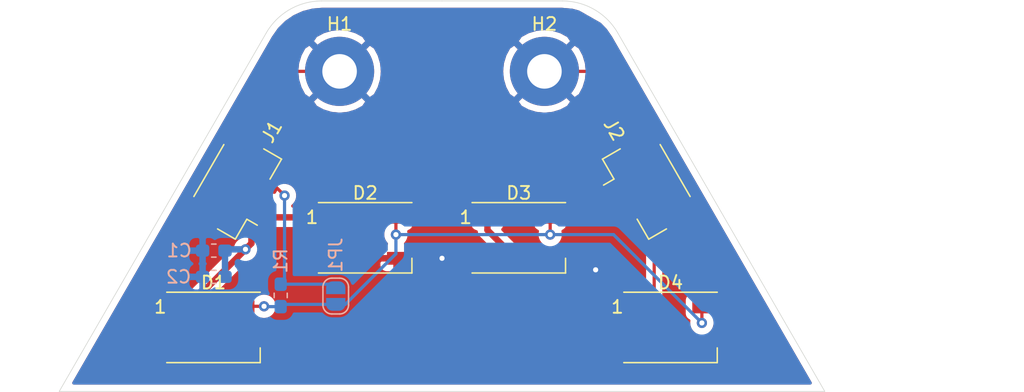
<source format=kicad_pcb>
(kicad_pcb (version 20171130) (host pcbnew "(5.1.6)-1")

  (general
    (thickness 1.6)
    (drawings 34)
    (tracks 58)
    (zones 0)
    (modules 12)
    (nets 9)
  )

  (page A4)
  (layers
    (0 F.Cu signal)
    (31 B.Cu signal)
    (32 B.Adhes user)
    (33 F.Adhes user)
    (34 B.Paste user)
    (35 F.Paste user)
    (36 B.SilkS user)
    (37 F.SilkS user)
    (38 B.Mask user)
    (39 F.Mask user)
    (40 Dwgs.User user)
    (41 Cmts.User user)
    (42 Eco1.User user)
    (43 Eco2.User user)
    (44 Edge.Cuts user)
    (45 Margin user)
    (46 B.CrtYd user)
    (47 F.CrtYd user hide)
    (48 B.Fab user)
    (49 F.Fab user hide)
  )

  (setup
    (last_trace_width 0.25)
    (trace_clearance 0.2)
    (zone_clearance 0.508)
    (zone_45_only no)
    (trace_min 0.2)
    (via_size 0.8)
    (via_drill 0.4)
    (via_min_size 0.4)
    (via_min_drill 0.3)
    (uvia_size 0.3)
    (uvia_drill 0.1)
    (uvias_allowed no)
    (uvia_min_size 0.2)
    (uvia_min_drill 0.1)
    (edge_width 0.05)
    (segment_width 0.2)
    (pcb_text_width 0.3)
    (pcb_text_size 1.5 1.5)
    (mod_edge_width 0.12)
    (mod_text_size 1 1)
    (mod_text_width 0.15)
    (pad_size 1.524 1.524)
    (pad_drill 0.762)
    (pad_to_mask_clearance 0.05)
    (aux_axis_origin 0 0)
    (visible_elements 7FFFFFFF)
    (pcbplotparams
      (layerselection 0x010fc_ffffffff)
      (usegerberextensions false)
      (usegerberattributes true)
      (usegerberadvancedattributes true)
      (creategerberjobfile true)
      (excludeedgelayer true)
      (linewidth 0.100000)
      (plotframeref false)
      (viasonmask false)
      (mode 1)
      (useauxorigin false)
      (hpglpennumber 1)
      (hpglpenspeed 20)
      (hpglpendiameter 15.000000)
      (psnegative false)
      (psa4output false)
      (plotreference true)
      (plotvalue true)
      (plotinvisibletext false)
      (padsonsilk false)
      (subtractmaskfromsilk false)
      (outputformat 1)
      (mirror false)
      (drillshape 0)
      (scaleselection 1)
      (outputdirectory "Output/"))
  )

  (net 0 "")
  (net 1 GND)
  (net 2 5V)
  (net 3 "Net-(D1-Pad2)")
  (net 4 "Net-(D1-Pad4)")
  (net 5 /Dout)
  (net 6 /Din)
  (net 7 "Net-(D2-Pad2)")
  (net 8 "Net-(D3-Pad2)")

  (net_class Default "This is the default net class."
    (clearance 0.2)
    (trace_width 0.25)
    (via_dia 0.8)
    (via_drill 0.4)
    (uvia_dia 0.3)
    (uvia_drill 0.1)
    (add_net /Din)
    (add_net /Dout)
    (add_net GND)
    (add_net "Net-(D1-Pad2)")
    (add_net "Net-(D1-Pad4)")
    (add_net "Net-(D2-Pad2)")
    (add_net "Net-(D3-Pad2)")
  )

  (net_class Power ""
    (clearance 0.3)
    (trace_width 0.5)
    (via_dia 0.8)
    (via_drill 0.4)
    (uvia_dia 0.3)
    (uvia_drill 0.1)
    (add_net 5V)
  )

  (module MountingHole:MountingHole_2.7mm_M2.5_Pad (layer F.Cu) (tedit 56D1B4CB) (tstamp 5FA6C19C)
    (at 123.9 85.1)
    (descr "Mounting Hole 2.7mm, M2.5")
    (tags "mounting hole 2.7mm m2.5")
    (path /5FA74941)
    (attr virtual)
    (fp_text reference H1 (at 0 -3.7) (layer F.SilkS)
      (effects (font (size 1 1) (thickness 0.15)))
    )
    (fp_text value MountingHole_Pad (at 0 3.7) (layer F.Fab)
      (effects (font (size 1 1) (thickness 0.15)))
    )
    (fp_circle (center 0 0) (end 2.95 0) (layer F.CrtYd) (width 0.05))
    (fp_circle (center 0 0) (end 2.7 0) (layer Cmts.User) (width 0.15))
    (fp_text user %R (at 0.3 0) (layer F.Fab)
      (effects (font (size 1 1) (thickness 0.15)))
    )
    (pad 1 thru_hole circle (at 0 0) (size 5.4 5.4) (drill 2.7) (layers *.Cu *.Mask)
      (net 1 GND))
  )

  (module Capacitor_SMD:C_0603_1608Metric_Pad1.05x0.95mm_HandSolder (layer B.Cu) (tedit 5B301BBE) (tstamp 5FA6F142)
    (at 114.075 101.15 180)
    (descr "Capacitor SMD 0603 (1608 Metric), square (rectangular) end terminal, IPC_7351 nominal with elongated pad for handsoldering. (Body size source: http://www.tortai-tech.com/upload/download/2011102023233369053.pdf), generated with kicad-footprint-generator")
    (tags "capacitor handsolder")
    (path /5FA6EE60)
    (attr smd)
    (fp_text reference C2 (at 2.75 0 180) (layer B.SilkS)
      (effects (font (size 1 1) (thickness 0.15)) (justify mirror))
    )
    (fp_text value C (at 0 -1.43 180) (layer B.Fab)
      (effects (font (size 1 1) (thickness 0.15)) (justify mirror))
    )
    (fp_line (start 1.65 -0.73) (end -1.65 -0.73) (layer B.CrtYd) (width 0.05))
    (fp_line (start 1.65 0.73) (end 1.65 -0.73) (layer B.CrtYd) (width 0.05))
    (fp_line (start -1.65 0.73) (end 1.65 0.73) (layer B.CrtYd) (width 0.05))
    (fp_line (start -1.65 -0.73) (end -1.65 0.73) (layer B.CrtYd) (width 0.05))
    (fp_line (start -0.171267 -0.51) (end 0.171267 -0.51) (layer B.SilkS) (width 0.12))
    (fp_line (start -0.171267 0.51) (end 0.171267 0.51) (layer B.SilkS) (width 0.12))
    (fp_line (start 0.8 -0.4) (end -0.8 -0.4) (layer B.Fab) (width 0.1))
    (fp_line (start 0.8 0.4) (end 0.8 -0.4) (layer B.Fab) (width 0.1))
    (fp_line (start -0.8 0.4) (end 0.8 0.4) (layer B.Fab) (width 0.1))
    (fp_line (start -0.8 -0.4) (end -0.8 0.4) (layer B.Fab) (width 0.1))
    (fp_text user %R (at 0 0 180) (layer B.Fab)
      (effects (font (size 0.4 0.4) (thickness 0.06)) (justify mirror))
    )
    (pad 2 smd roundrect (at 0.875 0 180) (size 1.05 0.95) (layers B.Cu B.Paste B.Mask) (roundrect_rratio 0.25)
      (net 1 GND))
    (pad 1 smd roundrect (at -0.875 0 180) (size 1.05 0.95) (layers B.Cu B.Paste B.Mask) (roundrect_rratio 0.25)
      (net 2 5V))
    (model ${KISYS3DMOD}/Capacitor_SMD.3dshapes/C_0603_1608Metric.wrl
      (at (xyz 0 0 0))
      (scale (xyz 1 1 1))
      (rotate (xyz 0 0 0))
    )
  )

  (module LED_SMD:LED_WS2812B_PLCC4_5.0x5.0mm_P3.2mm (layer F.Cu) (tedit 5AA4B285) (tstamp 5FA6E5BE)
    (at 149.75 105.1)
    (descr https://cdn-shop.adafruit.com/datasheets/WS2812B.pdf)
    (tags "LED RGB NeoPixel")
    (path /5FA6DB72)
    (attr smd)
    (fp_text reference D4 (at 0 -3.5) (layer F.SilkS)
      (effects (font (size 1 1) (thickness 0.15)))
    )
    (fp_text value WS2812B (at 0 4) (layer F.Fab)
      (effects (font (size 1 1) (thickness 0.15)))
    )
    (fp_line (start 3.45 -2.75) (end -3.45 -2.75) (layer F.CrtYd) (width 0.05))
    (fp_line (start 3.45 2.75) (end 3.45 -2.75) (layer F.CrtYd) (width 0.05))
    (fp_line (start -3.45 2.75) (end 3.45 2.75) (layer F.CrtYd) (width 0.05))
    (fp_line (start -3.45 -2.75) (end -3.45 2.75) (layer F.CrtYd) (width 0.05))
    (fp_line (start 2.5 1.5) (end 1.5 2.5) (layer F.Fab) (width 0.1))
    (fp_line (start -2.5 -2.5) (end -2.5 2.5) (layer F.Fab) (width 0.1))
    (fp_line (start -2.5 2.5) (end 2.5 2.5) (layer F.Fab) (width 0.1))
    (fp_line (start 2.5 2.5) (end 2.5 -2.5) (layer F.Fab) (width 0.1))
    (fp_line (start 2.5 -2.5) (end -2.5 -2.5) (layer F.Fab) (width 0.1))
    (fp_line (start -3.65 -2.75) (end 3.65 -2.75) (layer F.SilkS) (width 0.12))
    (fp_line (start -3.65 2.75) (end 3.65 2.75) (layer F.SilkS) (width 0.12))
    (fp_line (start 3.65 2.75) (end 3.65 1.6) (layer F.SilkS) (width 0.12))
    (fp_circle (center 0 0) (end 0 -2) (layer F.Fab) (width 0.1))
    (fp_text user 1 (at -4.15 -1.6) (layer F.SilkS)
      (effects (font (size 1 1) (thickness 0.15)))
    )
    (fp_text user %R (at 0 0) (layer F.Fab)
      (effects (font (size 0.8 0.8) (thickness 0.15)))
    )
    (pad 3 smd rect (at 2.45 1.6) (size 1.5 1) (layers F.Cu F.Paste F.Mask)
      (net 1 GND))
    (pad 4 smd rect (at 2.45 -1.6) (size 1.5 1) (layers F.Cu F.Paste F.Mask)
      (net 4 "Net-(D1-Pad4)"))
    (pad 2 smd rect (at -2.45 1.6) (size 1.5 1) (layers F.Cu F.Paste F.Mask)
      (net 5 /Dout))
    (pad 1 smd rect (at -2.45 -1.6) (size 1.5 1) (layers F.Cu F.Paste F.Mask)
      (net 2 5V))
    (model ${KISYS3DMOD}/LED_SMD.3dshapes/LED_WS2812B_PLCC4_5.0x5.0mm_P3.2mm.wrl
      (at (xyz 0 0 0))
      (scale (xyz 1 1 1))
      (rotate (xyz 0 0 0))
    )
  )

  (module LED_SMD:LED_WS2812B_PLCC4_5.0x5.0mm_P3.2mm (layer F.Cu) (tedit 5AA4B285) (tstamp 5FA6E592)
    (at 137.9 98.1)
    (descr https://cdn-shop.adafruit.com/datasheets/WS2812B.pdf)
    (tags "LED RGB NeoPixel")
    (path /5FA6D585)
    (attr smd)
    (fp_text reference D3 (at 0 -3.5) (layer F.SilkS)
      (effects (font (size 1 1) (thickness 0.15)))
    )
    (fp_text value WS2812B (at 0 4) (layer F.Fab)
      (effects (font (size 1 1) (thickness 0.15)))
    )
    (fp_line (start 3.45 -2.75) (end -3.45 -2.75) (layer F.CrtYd) (width 0.05))
    (fp_line (start 3.45 2.75) (end 3.45 -2.75) (layer F.CrtYd) (width 0.05))
    (fp_line (start -3.45 2.75) (end 3.45 2.75) (layer F.CrtYd) (width 0.05))
    (fp_line (start -3.45 -2.75) (end -3.45 2.75) (layer F.CrtYd) (width 0.05))
    (fp_line (start 2.5 1.5) (end 1.5 2.5) (layer F.Fab) (width 0.1))
    (fp_line (start -2.5 -2.5) (end -2.5 2.5) (layer F.Fab) (width 0.1))
    (fp_line (start -2.5 2.5) (end 2.5 2.5) (layer F.Fab) (width 0.1))
    (fp_line (start 2.5 2.5) (end 2.5 -2.5) (layer F.Fab) (width 0.1))
    (fp_line (start 2.5 -2.5) (end -2.5 -2.5) (layer F.Fab) (width 0.1))
    (fp_line (start -3.65 -2.75) (end 3.65 -2.75) (layer F.SilkS) (width 0.12))
    (fp_line (start -3.65 2.75) (end 3.65 2.75) (layer F.SilkS) (width 0.12))
    (fp_line (start 3.65 2.75) (end 3.65 1.6) (layer F.SilkS) (width 0.12))
    (fp_circle (center 0 0) (end 0 -2) (layer F.Fab) (width 0.1))
    (fp_text user 1 (at -4.15 -1.6) (layer F.SilkS)
      (effects (font (size 1 1) (thickness 0.15)))
    )
    (fp_text user %R (at 0 0) (layer F.Fab)
      (effects (font (size 0.8 0.8) (thickness 0.15)))
    )
    (pad 3 smd rect (at 2.45 1.6) (size 1.5 1) (layers F.Cu F.Paste F.Mask)
      (net 1 GND))
    (pad 4 smd rect (at 2.45 -1.6) (size 1.5 1) (layers F.Cu F.Paste F.Mask)
      (net 4 "Net-(D1-Pad4)"))
    (pad 2 smd rect (at -2.45 1.6) (size 1.5 1) (layers F.Cu F.Paste F.Mask)
      (net 8 "Net-(D3-Pad2)"))
    (pad 1 smd rect (at -2.45 -1.6) (size 1.5 1) (layers F.Cu F.Paste F.Mask)
      (net 2 5V))
    (model ${KISYS3DMOD}/LED_SMD.3dshapes/LED_WS2812B_PLCC4_5.0x5.0mm_P3.2mm.wrl
      (at (xyz 0 0 0))
      (scale (xyz 1 1 1))
      (rotate (xyz 0 0 0))
    )
  )

  (module LED_SMD:LED_WS2812B_PLCC4_5.0x5.0mm_P3.2mm (layer F.Cu) (tedit 5AA4B285) (tstamp 5FA6E566)
    (at 125.9 98.1)
    (descr https://cdn-shop.adafruit.com/datasheets/WS2812B.pdf)
    (tags "LED RGB NeoPixel")
    (path /5FA6CAFA)
    (attr smd)
    (fp_text reference D2 (at 0 -3.5) (layer F.SilkS)
      (effects (font (size 1 1) (thickness 0.15)))
    )
    (fp_text value WS2812B (at 0 4) (layer F.Fab)
      (effects (font (size 1 1) (thickness 0.15)))
    )
    (fp_line (start 3.45 -2.75) (end -3.45 -2.75) (layer F.CrtYd) (width 0.05))
    (fp_line (start 3.45 2.75) (end 3.45 -2.75) (layer F.CrtYd) (width 0.05))
    (fp_line (start -3.45 2.75) (end 3.45 2.75) (layer F.CrtYd) (width 0.05))
    (fp_line (start -3.45 -2.75) (end -3.45 2.75) (layer F.CrtYd) (width 0.05))
    (fp_line (start 2.5 1.5) (end 1.5 2.5) (layer F.Fab) (width 0.1))
    (fp_line (start -2.5 -2.5) (end -2.5 2.5) (layer F.Fab) (width 0.1))
    (fp_line (start -2.5 2.5) (end 2.5 2.5) (layer F.Fab) (width 0.1))
    (fp_line (start 2.5 2.5) (end 2.5 -2.5) (layer F.Fab) (width 0.1))
    (fp_line (start 2.5 -2.5) (end -2.5 -2.5) (layer F.Fab) (width 0.1))
    (fp_line (start -3.65 -2.75) (end 3.65 -2.75) (layer F.SilkS) (width 0.12))
    (fp_line (start -3.65 2.75) (end 3.65 2.75) (layer F.SilkS) (width 0.12))
    (fp_line (start 3.65 2.75) (end 3.65 1.6) (layer F.SilkS) (width 0.12))
    (fp_circle (center 0 0) (end 0 -2) (layer F.Fab) (width 0.1))
    (fp_text user 1 (at -4.15 -1.6) (layer F.SilkS)
      (effects (font (size 1 1) (thickness 0.15)))
    )
    (fp_text user %R (at 0 0) (layer F.Fab)
      (effects (font (size 0.8 0.8) (thickness 0.15)))
    )
    (pad 3 smd rect (at 2.45 1.6) (size 1.5 1) (layers F.Cu F.Paste F.Mask)
      (net 1 GND))
    (pad 4 smd rect (at 2.45 -1.6) (size 1.5 1) (layers F.Cu F.Paste F.Mask)
      (net 4 "Net-(D1-Pad4)"))
    (pad 2 smd rect (at -2.45 1.6) (size 1.5 1) (layers F.Cu F.Paste F.Mask)
      (net 7 "Net-(D2-Pad2)"))
    (pad 1 smd rect (at -2.45 -1.6) (size 1.5 1) (layers F.Cu F.Paste F.Mask)
      (net 2 5V))
    (model ${KISYS3DMOD}/LED_SMD.3dshapes/LED_WS2812B_PLCC4_5.0x5.0mm_P3.2mm.wrl
      (at (xyz 0 0 0))
      (scale (xyz 1 1 1))
      (rotate (xyz 0 0 0))
    )
  )

  (module Resistor_SMD:R_0603_1608Metric_Pad1.05x0.95mm_HandSolder (layer B.Cu) (tedit 5B301BBD) (tstamp 5FA811DB)
    (at 119.3 102.6 270)
    (descr "Resistor SMD 0603 (1608 Metric), square (rectangular) end terminal, IPC_7351 nominal with elongated pad for handsoldering. (Body size source: http://www.tortai-tech.com/upload/download/2011102023233369053.pdf), generated with kicad-footprint-generator")
    (tags "resistor handsolder")
    (path /5FA77225)
    (attr smd)
    (fp_text reference R1 (at -2.7 0 270) (layer B.SilkS)
      (effects (font (size 1 1) (thickness 0.15)) (justify mirror))
    )
    (fp_text value R_US (at 0 -1.43 270) (layer B.Fab)
      (effects (font (size 1 1) (thickness 0.15)) (justify mirror))
    )
    (fp_line (start 1.65 -0.73) (end -1.65 -0.73) (layer B.CrtYd) (width 0.05))
    (fp_line (start 1.65 0.73) (end 1.65 -0.73) (layer B.CrtYd) (width 0.05))
    (fp_line (start -1.65 0.73) (end 1.65 0.73) (layer B.CrtYd) (width 0.05))
    (fp_line (start -1.65 -0.73) (end -1.65 0.73) (layer B.CrtYd) (width 0.05))
    (fp_line (start -0.171267 -0.51) (end 0.171267 -0.51) (layer B.SilkS) (width 0.12))
    (fp_line (start -0.171267 0.51) (end 0.171267 0.51) (layer B.SilkS) (width 0.12))
    (fp_line (start 0.8 -0.4) (end -0.8 -0.4) (layer B.Fab) (width 0.1))
    (fp_line (start 0.8 0.4) (end 0.8 -0.4) (layer B.Fab) (width 0.1))
    (fp_line (start -0.8 0.4) (end 0.8 0.4) (layer B.Fab) (width 0.1))
    (fp_line (start -0.8 -0.4) (end -0.8 0.4) (layer B.Fab) (width 0.1))
    (fp_text user %R (at 0 0 270) (layer B.Fab)
      (effects (font (size 0.4 0.4) (thickness 0.06)) (justify mirror))
    )
    (pad 2 smd roundrect (at 0.875 0 270) (size 1.05 0.95) (layers B.Cu B.Paste B.Mask) (roundrect_rratio 0.25)
      (net 4 "Net-(D1-Pad4)"))
    (pad 1 smd roundrect (at -0.875 0 270) (size 1.05 0.95) (layers B.Cu B.Paste B.Mask) (roundrect_rratio 0.25)
      (net 6 /Din))
    (model ${KISYS3DMOD}/Resistor_SMD.3dshapes/R_0603_1608Metric.wrl
      (at (xyz 0 0 0))
      (scale (xyz 1 1 1))
      (rotate (xyz 0 0 0))
    )
  )

  (module Jumper:SolderJumper-2_P1.3mm_Open_RoundedPad1.0x1.5mm (layer B.Cu) (tedit 5B391E66) (tstamp 5FA6C202)
    (at 123.6 102.65 90)
    (descr "SMD Solder Jumper, 1x1.5mm, rounded Pads, 0.3mm gap, open")
    (tags "solder jumper open")
    (path /5FA77030)
    (attr virtual)
    (fp_text reference JP1 (at 3.2 0 270) (layer B.SilkS)
      (effects (font (size 1 1) (thickness 0.15)) (justify mirror))
    )
    (fp_text value Jumper_2_Open (at 0 -1.9 270) (layer B.Fab)
      (effects (font (size 1 1) (thickness 0.15)) (justify mirror))
    )
    (fp_line (start 1.65 -1.25) (end -1.65 -1.25) (layer B.CrtYd) (width 0.05))
    (fp_line (start 1.65 -1.25) (end 1.65 1.25) (layer B.CrtYd) (width 0.05))
    (fp_line (start -1.65 1.25) (end -1.65 -1.25) (layer B.CrtYd) (width 0.05))
    (fp_line (start -1.65 1.25) (end 1.65 1.25) (layer B.CrtYd) (width 0.05))
    (fp_line (start -0.7 1) (end 0.7 1) (layer B.SilkS) (width 0.12))
    (fp_line (start 1.4 0.3) (end 1.4 -0.3) (layer B.SilkS) (width 0.12))
    (fp_line (start 0.7 -1) (end -0.7 -1) (layer B.SilkS) (width 0.12))
    (fp_line (start -1.4 -0.3) (end -1.4 0.3) (layer B.SilkS) (width 0.12))
    (fp_arc (start -0.7 0.3) (end -0.7 1) (angle 90) (layer B.SilkS) (width 0.12))
    (fp_arc (start -0.7 -0.3) (end -1.4 -0.3) (angle 90) (layer B.SilkS) (width 0.12))
    (fp_arc (start 0.7 -0.3) (end 0.7 -1) (angle 90) (layer B.SilkS) (width 0.12))
    (fp_arc (start 0.7 0.3) (end 1.4 0.3) (angle 90) (layer B.SilkS) (width 0.12))
    (pad 2 smd custom (at 0.65 0 90) (size 1 0.5) (layers B.Cu B.Mask)
      (net 6 /Din) (zone_connect 2)
      (options (clearance outline) (anchor rect))
      (primitives
        (gr_circle (center 0 -0.25) (end 0.5 -0.25) (width 0))
        (gr_circle (center 0 0.25) (end 0.5 0.25) (width 0))
        (gr_poly (pts
           (xy 0 0.75) (xy -0.5 0.75) (xy -0.5 -0.75) (xy 0 -0.75)) (width 0))
      ))
    (pad 1 smd custom (at -0.65 0 90) (size 1 0.5) (layers B.Cu B.Mask)
      (net 4 "Net-(D1-Pad4)") (zone_connect 2)
      (options (clearance outline) (anchor rect))
      (primitives
        (gr_circle (center 0 -0.25) (end 0.5 -0.25) (width 0))
        (gr_circle (center 0 0.25) (end 0.5 0.25) (width 0))
        (gr_poly (pts
           (xy 0 0.75) (xy 0.5 0.75) (xy 0.5 -0.75) (xy 0 -0.75)) (width 0))
      ))
  )

  (module Connector_JST:JST_GH_BM03B-GHS-TBT_1x03-1MP_P1.25mm_Vertical (layer F.Cu) (tedit 5B78AD87) (tstamp 5FA6C1F0)
    (at 147.85 94.15 300)
    (descr "JST GH series connector, BM03B-GHS-TBT (http://www.jst-mfg.com/product/pdf/eng/eGH.pdf), generated with kicad-footprint-generator")
    (tags "connector JST GH side entry")
    (path /5FA7C227)
    (attr smd)
    (fp_text reference J2 (at -5.147114 -0.084936 120) (layer F.SilkS)
      (effects (font (size 1 1) (thickness 0.15)))
    )
    (fp_text value Conn_01x03 (at 0 4 120) (layer F.Fab)
      (effects (font (size 1 1) (thickness 0.15)))
    )
    (fp_line (start -1.25 1.042893) (end -0.75 1.75) (layer F.Fab) (width 0.1))
    (fp_line (start -1.75 1.75) (end -1.25 1.042893) (layer F.Fab) (width 0.1))
    (fp_line (start 4.1 -3.3) (end -4.1 -3.3) (layer F.CrtYd) (width 0.05))
    (fp_line (start 4.1 3.3) (end 4.1 -3.3) (layer F.CrtYd) (width 0.05))
    (fp_line (start -4.1 3.3) (end 4.1 3.3) (layer F.CrtYd) (width 0.05))
    (fp_line (start -4.1 -3.3) (end -4.1 3.3) (layer F.CrtYd) (width 0.05))
    (fp_line (start 1.5 -0.5) (end 1 -0.5) (layer F.Fab) (width 0.1))
    (fp_line (start 1.5 0) (end 1.5 -0.5) (layer F.Fab) (width 0.1))
    (fp_line (start 1 0) (end 1.5 0) (layer F.Fab) (width 0.1))
    (fp_line (start 1 -0.5) (end 1 0) (layer F.Fab) (width 0.1))
    (fp_line (start 0.25 -0.5) (end -0.25 -0.5) (layer F.Fab) (width 0.1))
    (fp_line (start 0.25 0) (end 0.25 -0.5) (layer F.Fab) (width 0.1))
    (fp_line (start -0.25 0) (end 0.25 0) (layer F.Fab) (width 0.1))
    (fp_line (start -0.25 -0.5) (end -0.25 0) (layer F.Fab) (width 0.1))
    (fp_line (start -1 -0.5) (end -1.5 -0.5) (layer F.Fab) (width 0.1))
    (fp_line (start -1 0) (end -1 -0.5) (layer F.Fab) (width 0.1))
    (fp_line (start -1.5 0) (end -1 0) (layer F.Fab) (width 0.1))
    (fp_line (start -1.5 -0.5) (end -1.5 0) (layer F.Fab) (width 0.1))
    (fp_line (start 3.5 1.75) (end 3.5 -2.5) (layer F.Fab) (width 0.1))
    (fp_line (start -3.5 1.75) (end -3.5 -2.5) (layer F.Fab) (width 0.1))
    (fp_line (start -3.5 -2.5) (end 3.5 -2.5) (layer F.Fab) (width 0.1))
    (fp_line (start -2.34 -2.61) (end 2.34 -2.61) (layer F.SilkS) (width 0.12))
    (fp_line (start 3.61 1.86) (end 1.81 1.86) (layer F.SilkS) (width 0.12))
    (fp_line (start 3.61 0.26) (end 3.61 1.86) (layer F.SilkS) (width 0.12))
    (fp_line (start -1.81 1.86) (end -1.81 2.8) (layer F.SilkS) (width 0.12))
    (fp_line (start -3.61 1.86) (end -1.81 1.86) (layer F.SilkS) (width 0.12))
    (fp_line (start -3.61 0.26) (end -3.61 1.86) (layer F.SilkS) (width 0.12))
    (fp_line (start -3.5 1.75) (end 3.5 1.75) (layer F.Fab) (width 0.1))
    (fp_text user %R (at 0 -1.5 120) (layer F.Fab)
      (effects (font (size 1 1) (thickness 0.15)))
    )
    (pad MP smd roundrect (at 3.1 -1.4 300) (size 1 2.8) (layers F.Cu F.Paste F.Mask) (roundrect_rratio 0.25))
    (pad MP smd roundrect (at -3.1 -1.4 300) (size 1 2.8) (layers F.Cu F.Paste F.Mask) (roundrect_rratio 0.25))
    (pad 3 smd roundrect (at 1.25 1.95 300) (size 0.6 1.7) (layers F.Cu F.Paste F.Mask) (roundrect_rratio 0.25)
      (net 5 /Dout))
    (pad 2 smd roundrect (at 0 1.95 300) (size 0.6 1.7) (layers F.Cu F.Paste F.Mask) (roundrect_rratio 0.25)
      (net 1 GND))
    (pad 1 smd roundrect (at -1.25 1.95 300) (size 0.6 1.7) (layers F.Cu F.Paste F.Mask) (roundrect_rratio 0.25)
      (net 2 5V))
    (model ${KISYS3DMOD}/Connector_JST.3dshapes/JST_GH_BM03B-GHS-TBT_1x03-1MP_P1.25mm_Vertical.wrl
      (at (xyz 0 0 0))
      (scale (xyz 1 1 1))
      (rotate (xyz 0 0 0))
    )
  )

  (module Connector_JST:JST_GH_BM03B-GHS-TBT_1x03-1MP_P1.25mm_Vertical (layer F.Cu) (tedit 5B78AD87) (tstamp 5FA6C1CA)
    (at 115.95 94.15 60)
    (descr "JST GH series connector, BM03B-GHS-TBT (http://www.jst-mfg.com/product/pdf/eng/eGH.pdf), generated with kicad-footprint-generator")
    (tags "connector JST GH side entry")
    (path /5FA7B912)
    (attr smd)
    (fp_text reference J1 (at 5.092211 0.119967 60) (layer F.SilkS)
      (effects (font (size 1 1) (thickness 0.15)))
    )
    (fp_text value Conn_01x03 (at 0 4 60) (layer F.Fab)
      (effects (font (size 1 1) (thickness 0.15)))
    )
    (fp_line (start -1.25 1.042893) (end -0.75 1.75) (layer F.Fab) (width 0.1))
    (fp_line (start -1.75 1.75) (end -1.25 1.042893) (layer F.Fab) (width 0.1))
    (fp_line (start 4.1 -3.3) (end -4.1 -3.3) (layer F.CrtYd) (width 0.05))
    (fp_line (start 4.1 3.3) (end 4.1 -3.3) (layer F.CrtYd) (width 0.05))
    (fp_line (start -4.1 3.3) (end 4.1 3.3) (layer F.CrtYd) (width 0.05))
    (fp_line (start -4.1 -3.3) (end -4.1 3.3) (layer F.CrtYd) (width 0.05))
    (fp_line (start 1.5 -0.5) (end 1 -0.5) (layer F.Fab) (width 0.1))
    (fp_line (start 1.5 0) (end 1.5 -0.5) (layer F.Fab) (width 0.1))
    (fp_line (start 1 0) (end 1.5 0) (layer F.Fab) (width 0.1))
    (fp_line (start 1 -0.5) (end 1 0) (layer F.Fab) (width 0.1))
    (fp_line (start 0.25 -0.5) (end -0.25 -0.5) (layer F.Fab) (width 0.1))
    (fp_line (start 0.25 0) (end 0.25 -0.5) (layer F.Fab) (width 0.1))
    (fp_line (start -0.25 0) (end 0.25 0) (layer F.Fab) (width 0.1))
    (fp_line (start -0.25 -0.5) (end -0.25 0) (layer F.Fab) (width 0.1))
    (fp_line (start -1 -0.5) (end -1.5 -0.5) (layer F.Fab) (width 0.1))
    (fp_line (start -1 0) (end -1 -0.5) (layer F.Fab) (width 0.1))
    (fp_line (start -1.5 0) (end -1 0) (layer F.Fab) (width 0.1))
    (fp_line (start -1.5 -0.5) (end -1.5 0) (layer F.Fab) (width 0.1))
    (fp_line (start 3.5 1.75) (end 3.5 -2.5) (layer F.Fab) (width 0.1))
    (fp_line (start -3.5 1.75) (end -3.5 -2.5) (layer F.Fab) (width 0.1))
    (fp_line (start -3.5 -2.5) (end 3.5 -2.5) (layer F.Fab) (width 0.1))
    (fp_line (start -2.34 -2.61) (end 2.34 -2.61) (layer F.SilkS) (width 0.12))
    (fp_line (start 3.61 1.86) (end 1.81 1.86) (layer F.SilkS) (width 0.12))
    (fp_line (start 3.61 0.26) (end 3.61 1.86) (layer F.SilkS) (width 0.12))
    (fp_line (start -1.81 1.86) (end -1.81 2.8) (layer F.SilkS) (width 0.12))
    (fp_line (start -3.61 1.86) (end -1.81 1.86) (layer F.SilkS) (width 0.12))
    (fp_line (start -3.61 0.26) (end -3.61 1.86) (layer F.SilkS) (width 0.12))
    (fp_line (start -3.5 1.75) (end 3.5 1.75) (layer F.Fab) (width 0.1))
    (fp_text user %R (at 0 -1.5 60) (layer F.Fab)
      (effects (font (size 1 1) (thickness 0.15)))
    )
    (pad MP smd roundrect (at 3.1 -1.4 60) (size 1 2.8) (layers F.Cu F.Paste F.Mask) (roundrect_rratio 0.25))
    (pad MP smd roundrect (at -3.1 -1.4 60) (size 1 2.8) (layers F.Cu F.Paste F.Mask) (roundrect_rratio 0.25))
    (pad 3 smd roundrect (at 1.25 1.95 60) (size 0.6 1.7) (layers F.Cu F.Paste F.Mask) (roundrect_rratio 0.25)
      (net 6 /Din))
    (pad 2 smd roundrect (at 0 1.95 60) (size 0.6 1.7) (layers F.Cu F.Paste F.Mask) (roundrect_rratio 0.25)
      (net 1 GND))
    (pad 1 smd roundrect (at -1.25 1.95 60) (size 0.6 1.7) (layers F.Cu F.Paste F.Mask) (roundrect_rratio 0.25)
      (net 2 5V))
    (model ${KISYS3DMOD}/Connector_JST.3dshapes/JST_GH_BM03B-GHS-TBT_1x03-1MP_P1.25mm_Vertical.wrl
      (at (xyz 0 0 0))
      (scale (xyz 1 1 1))
      (rotate (xyz 0 0 0))
    )
  )

  (module MountingHole:MountingHole_2.7mm_M2.5_Pad (layer F.Cu) (tedit 56D1B4CB) (tstamp 5FA6C1A4)
    (at 139.9 85.1)
    (descr "Mounting Hole 2.7mm, M2.5")
    (tags "mounting hole 2.7mm m2.5")
    (path /5FA74CDC)
    (attr virtual)
    (fp_text reference H2 (at 0 -3.7) (layer F.SilkS)
      (effects (font (size 1 1) (thickness 0.15)))
    )
    (fp_text value MountingHole_Pad (at 0 3.7) (layer F.Fab)
      (effects (font (size 1 1) (thickness 0.15)))
    )
    (fp_circle (center 0 0) (end 2.95 0) (layer F.CrtYd) (width 0.05))
    (fp_circle (center 0 0) (end 2.7 0) (layer Cmts.User) (width 0.15))
    (fp_text user %R (at 0.3 0) (layer F.Fab)
      (effects (font (size 1 1) (thickness 0.15)))
    )
    (pad 1 thru_hole circle (at 0 0) (size 5.4 5.4) (drill 2.7) (layers *.Cu *.Mask)
      (net 1 GND))
  )

  (module LED_SMD:LED_WS2812B_PLCC4_5.0x5.0mm_P3.2mm (layer F.Cu) (tedit 5AA4B285) (tstamp 5FA6C14F)
    (at 114.05 105.1)
    (descr https://cdn-shop.adafruit.com/datasheets/WS2812B.pdf)
    (tags "LED RGB NeoPixel")
    (path /5FA6A72C)
    (attr smd)
    (fp_text reference D1 (at 0 -3.5) (layer F.SilkS)
      (effects (font (size 1 1) (thickness 0.15)))
    )
    (fp_text value WS2812B (at 0 4) (layer F.Fab)
      (effects (font (size 1 1) (thickness 0.15)))
    )
    (fp_circle (center 0 0) (end 0 -2) (layer F.Fab) (width 0.1))
    (fp_line (start 3.65 2.75) (end 3.65 1.6) (layer F.SilkS) (width 0.12))
    (fp_line (start -3.65 2.75) (end 3.65 2.75) (layer F.SilkS) (width 0.12))
    (fp_line (start -3.65 -2.75) (end 3.65 -2.75) (layer F.SilkS) (width 0.12))
    (fp_line (start 2.5 -2.5) (end -2.5 -2.5) (layer F.Fab) (width 0.1))
    (fp_line (start 2.5 2.5) (end 2.5 -2.5) (layer F.Fab) (width 0.1))
    (fp_line (start -2.5 2.5) (end 2.5 2.5) (layer F.Fab) (width 0.1))
    (fp_line (start -2.5 -2.5) (end -2.5 2.5) (layer F.Fab) (width 0.1))
    (fp_line (start 2.5 1.5) (end 1.5 2.5) (layer F.Fab) (width 0.1))
    (fp_line (start -3.45 -2.75) (end -3.45 2.75) (layer F.CrtYd) (width 0.05))
    (fp_line (start -3.45 2.75) (end 3.45 2.75) (layer F.CrtYd) (width 0.05))
    (fp_line (start 3.45 2.75) (end 3.45 -2.75) (layer F.CrtYd) (width 0.05))
    (fp_line (start 3.45 -2.75) (end -3.45 -2.75) (layer F.CrtYd) (width 0.05))
    (fp_text user %R (at 0 0) (layer F.Fab)
      (effects (font (size 0.8 0.8) (thickness 0.15)))
    )
    (fp_text user 1 (at -4.15 -1.6) (layer F.SilkS)
      (effects (font (size 1 1) (thickness 0.15)))
    )
    (pad 1 smd rect (at -2.45 -1.6) (size 1.5 1) (layers F.Cu F.Paste F.Mask)
      (net 2 5V))
    (pad 2 smd rect (at -2.45 1.6) (size 1.5 1) (layers F.Cu F.Paste F.Mask)
      (net 3 "Net-(D1-Pad2)"))
    (pad 4 smd rect (at 2.45 -1.6) (size 1.5 1) (layers F.Cu F.Paste F.Mask)
      (net 4 "Net-(D1-Pad4)"))
    (pad 3 smd rect (at 2.45 1.6) (size 1.5 1) (layers F.Cu F.Paste F.Mask)
      (net 1 GND))
    (model ${KISYS3DMOD}/LED_SMD.3dshapes/LED_WS2812B_PLCC4_5.0x5.0mm_P3.2mm.wrl
      (at (xyz 0 0 0))
      (scale (xyz 1 1 1))
      (rotate (xyz 0 0 0))
    )
  )

  (module Capacitor_SMD:C_0603_1608Metric_Pad1.05x0.95mm_HandSolder (layer B.Cu) (tedit 5B301BBE) (tstamp 5FA6C138)
    (at 114.075 99.1 180)
    (descr "Capacitor SMD 0603 (1608 Metric), square (rectangular) end terminal, IPC_7351 nominal with elongated pad for handsoldering. (Body size source: http://www.tortai-tech.com/upload/download/2011102023233369053.pdf), generated with kicad-footprint-generator")
    (tags "capacitor handsolder")
    (path /5FA761B7)
    (attr smd)
    (fp_text reference C1 (at 2.7 0 180) (layer B.SilkS)
      (effects (font (size 1 1) (thickness 0.15)) (justify mirror))
    )
    (fp_text value C (at 0 -1.43 180) (layer B.Fab)
      (effects (font (size 1 1) (thickness 0.15)) (justify mirror))
    )
    (fp_line (start 1.65 -0.73) (end -1.65 -0.73) (layer B.CrtYd) (width 0.05))
    (fp_line (start 1.65 0.73) (end 1.65 -0.73) (layer B.CrtYd) (width 0.05))
    (fp_line (start -1.65 0.73) (end 1.65 0.73) (layer B.CrtYd) (width 0.05))
    (fp_line (start -1.65 -0.73) (end -1.65 0.73) (layer B.CrtYd) (width 0.05))
    (fp_line (start -0.171267 -0.51) (end 0.171267 -0.51) (layer B.SilkS) (width 0.12))
    (fp_line (start -0.171267 0.51) (end 0.171267 0.51) (layer B.SilkS) (width 0.12))
    (fp_line (start 0.8 -0.4) (end -0.8 -0.4) (layer B.Fab) (width 0.1))
    (fp_line (start 0.8 0.4) (end 0.8 -0.4) (layer B.Fab) (width 0.1))
    (fp_line (start -0.8 0.4) (end 0.8 0.4) (layer B.Fab) (width 0.1))
    (fp_line (start -0.8 -0.4) (end -0.8 0.4) (layer B.Fab) (width 0.1))
    (fp_text user %R (at 0 0 180) (layer B.Fab)
      (effects (font (size 0.4 0.4) (thickness 0.06)) (justify mirror))
    )
    (pad 2 smd roundrect (at 0.875 0 180) (size 1.05 0.95) (layers B.Cu B.Paste B.Mask) (roundrect_rratio 0.25)
      (net 1 GND))
    (pad 1 smd roundrect (at -0.875 0 180) (size 1.05 0.95) (layers B.Cu B.Paste B.Mask) (roundrect_rratio 0.25)
      (net 2 5V))
    (model ${KISYS3DMOD}/Capacitor_SMD.3dshapes/C_0603_1608Metric.wrl
      (at (xyz 0 0 0))
      (scale (xyz 1 1 1))
      (rotate (xyz 0 0 0))
    )
  )

  (gr_line (start 151.4 92.1) (end 147.85 94.15) (layer Dwgs.User) (width 0.15))
  (gr_line (start 112.4 92.1) (end 151.4 92.1) (layer Dwgs.User) (width 0.15))
  (gr_line (start 112.4 92.1) (end 115.95 94.15) (layer Dwgs.User) (width 0.15))
  (gr_line (start 102 110.1) (end 112.4 92.1) (layer Dwgs.User) (width 0.15))
  (gr_line (start 137.9 110.1) (end 137.9 98.1) (layer Dwgs.User) (width 0.15))
  (gr_line (start 131.9 110.1) (end 137.9 110.1) (layer Dwgs.User) (width 0.15))
  (gr_line (start 125.9 110.1) (end 125.9 98.1) (layer Dwgs.User) (width 0.15))
  (gr_line (start 131.9 110.1) (end 125.9 110.1) (layer Dwgs.User) (width 0.15))
  (gr_line (start 149.75 110.1) (end 149.75 105.1) (layer Dwgs.User) (width 0.15))
  (gr_line (start 161.75 110.1) (end 149.75 110.1) (layer Dwgs.User) (width 0.15))
  (gr_line (start 114.05 110.1) (end 114.05 105.1) (layer Dwgs.User) (width 0.15))
  (gr_line (start 102.05 110.1) (end 114.05 110.1) (layer Dwgs.User) (width 0.15))
  (gr_line (start 161.8 110.1) (end 102 110.1) (layer Edge.Cuts) (width 0.05) (tstamp 5FA8049D))
  (gr_line (start 145.628534 82.097246) (end 161.8 110.1) (layer Edge.Cuts) (width 0.05))
  (gr_line (start 118.170472 82.098962) (end 102 110.1) (layer Edge.Cuts) (width 0.05))
  (gr_arc (start 122.5 84.6) (end 122.5 79.6) (angle -59.98626665) (layer Edge.Cuts) (width 0.05))
  (gr_arc (start 141.3 84.6) (end 145.628534 82.097246) (angle -59.963538) (layer Edge.Cuts) (width 0.05))
  (gr_line (start 131.9 79.6) (end 141.3 79.6) (layer Edge.Cuts) (width 0.05))
  (gr_line (start 131.9 79.6) (end 122.5 79.6) (layer Edge.Cuts) (width 0.05))
  (gr_line (start 145.630568 82.100765) (end 161.8 110.1) (layer Dwgs.User) (width 0.15))
  (gr_line (start 118.171525 82.09714) (end 102 110.1) (layer Dwgs.User) (width 0.15))
  (gr_line (start 131.9 110.1) (end 97.45 110.1) (layer Dwgs.User) (width 0.15))
  (gr_line (start 131.9 110.1) (end 177.3 110.1) (layer Dwgs.User) (width 0.15))
  (gr_line (start 131.9 85.1) (end 131.9 110.1) (layer Dwgs.User) (width 0.15))
  (gr_arc (start 141.3 84.599998) (end 145.630568 82.100765) (angle -60.01013409) (layer Dwgs.User) (width 0.15))
  (gr_line (start 141.3 79.6) (end 141.3 84.6) (layer Dwgs.User) (width 0.15))
  (gr_line (start 122.5 79.6) (end 122.5 84.6) (layer Dwgs.User) (width 0.15))
  (gr_arc (start 122.5 84.6) (end 122.5 79.6) (angle -59.96215525) (layer Dwgs.User) (width 0.15))
  (gr_line (start 131.9 79.6) (end 122.5 79.6) (layer Dwgs.User) (width 0.15))
  (gr_line (start 131.9 79.6) (end 141.3 79.6) (layer Dwgs.User) (width 0.15))
  (gr_line (start 131.9 85.1) (end 131.9 79.6) (layer Dwgs.User) (width 0.15))
  (gr_line (start 139.9 85.1) (end 131.9 85.1) (layer Dwgs.User) (width 0.15) (tstamp 5FA7602A))
  (gr_line (start 123.9 85.1) (end 139.9 85.1) (layer Dwgs.User) (width 0.15))
  (gr_line (start 139.9 85.1) (end 131.9 85.1) (layer Dwgs.User) (width 0.15))

  (via (at 143.9 100.6) (size 0.8) (drill 0.4) (layers F.Cu B.Cu) (net 1))
  (via (at 131.9 99.7) (size 0.8) (drill 0.4) (layers F.Cu B.Cu) (net 1))
  (segment (start 114.59216 92.07841) (end 117.63875 95.125) (width 0.25) (layer F.Cu) (net 1))
  (segment (start 123.9 85.1) (end 119.478018 85.1) (width 0.25) (layer F.Cu) (net 1))
  (segment (start 149.20784 92.07841) (end 146.16125 95.125) (width 0.25) (layer F.Cu) (net 1))
  (segment (start 139.9 85.1) (end 144.321982 85.1) (width 0.25) (layer F.Cu) (net 1))
  (segment (start 117.63875 95.125) (end 117.282448 94.768698) (width 0.25) (layer F.Cu) (net 1))
  (segment (start 116.5 106.7) (end 121.35 106.7) (width 0.25) (layer F.Cu) (net 1))
  (via (at 116.55 99) (size 0.8) (drill 0.4) (layers F.Cu B.Cu) (net 2))
  (segment (start 135.45 96.5) (end 138.45 93.5) (width 0.5) (layer F.Cu) (net 2))
  (segment (start 144.993782 93.5) (end 145.53625 94.042468) (width 0.5) (layer F.Cu) (net 2))
  (segment (start 138.45 93.5) (end 144.993782 93.5) (width 0.5) (layer F.Cu) (net 2))
  (segment (start 141.45 103.5) (end 147.3 103.5) (width 0.5) (layer F.Cu) (net 2))
  (segment (start 135.45 97.5) (end 141.45 103.5) (width 0.5) (layer F.Cu) (net 2))
  (segment (start 135.45 96.5) (end 135.45 97.5) (width 0.5) (layer F.Cu) (net 2))
  (segment (start 123.45 96.5) (end 125.15 94.8) (width 0.5) (layer F.Cu) (net 2))
  (segment (start 133.75 94.8) (end 135.45 96.5) (width 0.5) (layer F.Cu) (net 2))
  (segment (start 125.15 94.8) (end 133.75 94.8) (width 0.5) (layer F.Cu) (net 2))
  (segment (start 117.01375 98.53625) (end 116.55 99) (width 0.5) (layer F.Cu) (net 2))
  (segment (start 117.01375 96.207532) (end 117.01375 98.53625) (width 0.5) (layer F.Cu) (net 2))
  (segment (start 112.05 103.5) (end 111.6 103.5) (width 0.5) (layer F.Cu) (net 2))
  (segment (start 116.55 99) (end 112.05 103.5) (width 0.5) (layer F.Cu) (net 2))
  (segment (start 115.05 99) (end 114.95 99.1) (width 0.5) (layer B.Cu) (net 2))
  (segment (start 116.55 99) (end 115.05 99) (width 0.5) (layer B.Cu) (net 2))
  (segment (start 114.95 99.1) (end 114.95 101.15) (width 0.5) (layer B.Cu) (net 2))
  (segment (start 117.01375 96.207532) (end 117.207532 96.207532) (width 0.5) (layer F.Cu) (net 2))
  (segment (start 117.5 96.5) (end 123.45 96.5) (width 0.5) (layer F.Cu) (net 2))
  (segment (start 117.207532 96.207532) (end 117.5 96.5) (width 0.5) (layer F.Cu) (net 2))
  (via (at 128.3 97.85) (size 0.8) (drill 0.4) (layers F.Cu B.Cu) (net 4))
  (via (at 140.35 97.85) (size 0.8) (drill 0.4) (layers F.Cu B.Cu) (net 4))
  (via (at 152.2 104.75) (size 0.8) (drill 0.4) (layers F.Cu B.Cu) (net 4))
  (via (at 118 103.45) (size 0.8) (drill 0.4) (layers F.Cu B.Cu) (net 4))
  (segment (start 116.55 103.45) (end 116.5 103.5) (width 0.25) (layer F.Cu) (net 4))
  (segment (start 118 103.45) (end 116.55 103.45) (width 0.25) (layer F.Cu) (net 4))
  (segment (start 118.025 103.475) (end 118 103.45) (width 0.25) (layer B.Cu) (net 4))
  (segment (start 119.3 103.475) (end 118.025 103.475) (width 0.25) (layer B.Cu) (net 4))
  (segment (start 119.475 103.3) (end 119.3 103.475) (width 0.25) (layer B.Cu) (net 4))
  (segment (start 123.6 103.3) (end 119.475 103.3) (width 0.25) (layer B.Cu) (net 4))
  (segment (start 140.35 97.85) (end 140.35 96.5) (width 0.25) (layer F.Cu) (net 4))
  (segment (start 128.3 96.55) (end 128.35 96.5) (width 0.25) (layer F.Cu) (net 4))
  (segment (start 128.3 97.85) (end 128.3 96.55) (width 0.25) (layer F.Cu) (net 4))
  (segment (start 152.2 104.75) (end 152.2 103.5) (width 0.25) (layer F.Cu) (net 4))
  (segment (start 124.347592 103.3) (end 128.3 99.347592) (width 0.25) (layer B.Cu) (net 4))
  (segment (start 128.3 99.347592) (end 128.3 97.85) (width 0.25) (layer B.Cu) (net 4))
  (segment (start 123.6 103.3) (end 124.347592 103.3) (width 0.25) (layer B.Cu) (net 4))
  (segment (start 128.3 97.85) (end 140.35 97.85) (width 0.25) (layer B.Cu) (net 4))
  (segment (start 145.3 97.85) (end 152.2 104.75) (width 0.25) (layer B.Cu) (net 4))
  (segment (start 140.35 97.85) (end 145.3 97.85) (width 0.25) (layer B.Cu) (net 4))
  (segment (start 148.475001 97.896283) (end 146.78625 96.207532) (width 0.25) (layer F.Cu) (net 5) (tstamp 5FA817D4))
  (segment (start 148.475001 105.524999) (end 148.475001 97.896283) (width 0.25) (layer F.Cu) (net 5))
  (segment (start 147.3 106.7) (end 148.475001 105.524999) (width 0.25) (layer F.Cu) (net 5))
  (via (at 119.6 94.8) (size 0.8) (drill 0.4) (layers F.Cu B.Cu) (net 6))
  (segment (start 118.842468 94.042468) (end 119.6 94.8) (width 0.25) (layer F.Cu) (net 6))
  (segment (start 118.26375 94.042468) (end 118.842468 94.042468) (width 0.25) (layer F.Cu) (net 6))
  (segment (start 119.6 101.425) (end 119.3 101.725) (width 0.25) (layer B.Cu) (net 6))
  (segment (start 119.6 94.8) (end 119.6 101.425) (width 0.25) (layer B.Cu) (net 6))
  (segment (start 123.325 101.725) (end 123.6 102) (width 0.25) (layer B.Cu) (net 6))
  (segment (start 119.3 101.725) (end 123.325 101.725) (width 0.25) (layer B.Cu) (net 6))

  (zone (net 1) (net_name GND) (layer F.Cu) (tstamp 5FA9FF48) (hatch edge 0.508)
    (connect_pads (clearance 0.508))
    (min_thickness 0.254)
    (fill yes (arc_segments 32) (thermal_gap 0.508) (thermal_bridge_width 0.508))
    (polygon
      (pts
        (xy 145.6 82.05) (xy 161.8 110.1) (xy 102 110.1) (xy 118.45 81.65) (xy 122.5 79.6)
        (xy 141.3 79.6)
      )
    )
    (filled_polygon
      (pts
        (xy 142.068082 80.331175) (xy 142.565649 80.467294) (xy 144.230062 81.415622) (xy 144.673272 81.87298) (xy 145.069997 82.449826)
        (xy 160.656702 109.44) (xy 103.143297 109.44) (xy 105.014382 106.2) (xy 110.211928 106.2) (xy 110.211928 107.2)
        (xy 110.224188 107.324482) (xy 110.260498 107.44418) (xy 110.319463 107.554494) (xy 110.398815 107.651185) (xy 110.495506 107.730537)
        (xy 110.60582 107.789502) (xy 110.725518 107.825812) (xy 110.85 107.838072) (xy 112.35 107.838072) (xy 112.474482 107.825812)
        (xy 112.59418 107.789502) (xy 112.704494 107.730537) (xy 112.801185 107.651185) (xy 112.880537 107.554494) (xy 112.939502 107.44418)
        (xy 112.975812 107.324482) (xy 112.988072 107.2) (xy 115.111928 107.2) (xy 115.124188 107.324482) (xy 115.160498 107.44418)
        (xy 115.219463 107.554494) (xy 115.298815 107.651185) (xy 115.395506 107.730537) (xy 115.50582 107.789502) (xy 115.625518 107.825812)
        (xy 115.75 107.838072) (xy 116.21425 107.835) (xy 116.373 107.67625) (xy 116.373 106.827) (xy 116.627 106.827)
        (xy 116.627 107.67625) (xy 116.78575 107.835) (xy 117.25 107.838072) (xy 117.374482 107.825812) (xy 117.49418 107.789502)
        (xy 117.604494 107.730537) (xy 117.701185 107.651185) (xy 117.780537 107.554494) (xy 117.839502 107.44418) (xy 117.875812 107.324482)
        (xy 117.888072 107.2) (xy 117.885 106.98575) (xy 117.72625 106.827) (xy 116.627 106.827) (xy 116.373 106.827)
        (xy 115.27375 106.827) (xy 115.115 106.98575) (xy 115.111928 107.2) (xy 112.988072 107.2) (xy 112.988072 106.2)
        (xy 115.111928 106.2) (xy 115.115 106.41425) (xy 115.27375 106.573) (xy 116.373 106.573) (xy 116.373 105.72375)
        (xy 116.627 105.72375) (xy 116.627 106.573) (xy 117.72625 106.573) (xy 117.885 106.41425) (xy 117.888072 106.2)
        (xy 117.875812 106.075518) (xy 117.839502 105.95582) (xy 117.780537 105.845506) (xy 117.701185 105.748815) (xy 117.604494 105.669463)
        (xy 117.49418 105.610498) (xy 117.374482 105.574188) (xy 117.25 105.561928) (xy 116.78575 105.565) (xy 116.627 105.72375)
        (xy 116.373 105.72375) (xy 116.21425 105.565) (xy 115.75 105.561928) (xy 115.625518 105.574188) (xy 115.50582 105.610498)
        (xy 115.395506 105.669463) (xy 115.298815 105.748815) (xy 115.219463 105.845506) (xy 115.160498 105.95582) (xy 115.124188 106.075518)
        (xy 115.111928 106.2) (xy 112.988072 106.2) (xy 112.975812 106.075518) (xy 112.939502 105.95582) (xy 112.880537 105.845506)
        (xy 112.801185 105.748815) (xy 112.704494 105.669463) (xy 112.59418 105.610498) (xy 112.474482 105.574188) (xy 112.35 105.561928)
        (xy 110.85 105.561928) (xy 110.725518 105.574188) (xy 110.60582 105.610498) (xy 110.495506 105.669463) (xy 110.398815 105.748815)
        (xy 110.319463 105.845506) (xy 110.260498 105.95582) (xy 110.224188 106.075518) (xy 110.211928 106.2) (xy 105.014382 106.2)
        (xy 106.862367 103) (xy 110.211928 103) (xy 110.211928 104) (xy 110.224188 104.124482) (xy 110.260498 104.24418)
        (xy 110.319463 104.354494) (xy 110.398815 104.451185) (xy 110.495506 104.530537) (xy 110.60582 104.589502) (xy 110.725518 104.625812)
        (xy 110.85 104.638072) (xy 112.35 104.638072) (xy 112.474482 104.625812) (xy 112.59418 104.589502) (xy 112.704494 104.530537)
        (xy 112.801185 104.451185) (xy 112.880537 104.354494) (xy 112.939502 104.24418) (xy 112.975812 104.124482) (xy 112.988072 104)
        (xy 112.988072 103.813506) (xy 113.801578 103) (xy 115.111928 103) (xy 115.111928 104) (xy 115.124188 104.124482)
        (xy 115.160498 104.24418) (xy 115.219463 104.354494) (xy 115.298815 104.451185) (xy 115.395506 104.530537) (xy 115.50582 104.589502)
        (xy 115.625518 104.625812) (xy 115.75 104.638072) (xy 117.25 104.638072) (xy 117.374482 104.625812) (xy 117.49418 104.589502)
        (xy 117.604494 104.530537) (xy 117.701185 104.451185) (xy 117.704956 104.446589) (xy 117.898061 104.485) (xy 118.101939 104.485)
        (xy 118.301898 104.445226) (xy 118.490256 104.367205) (xy 118.659774 104.253937) (xy 118.803937 104.109774) (xy 118.917205 103.940256)
        (xy 118.995226 103.751898) (xy 119.035 103.551939) (xy 119.035 103.348061) (xy 118.995226 103.148102) (xy 118.917205 102.959744)
        (xy 118.803937 102.790226) (xy 118.659774 102.646063) (xy 118.490256 102.532795) (xy 118.301898 102.454774) (xy 118.101939 102.415)
        (xy 117.898061 102.415) (xy 117.698102 102.454774) (xy 117.623998 102.485469) (xy 117.604494 102.469463) (xy 117.49418 102.410498)
        (xy 117.374482 102.374188) (xy 117.25 102.361928) (xy 115.75 102.361928) (xy 115.625518 102.374188) (xy 115.50582 102.410498)
        (xy 115.395506 102.469463) (xy 115.298815 102.548815) (xy 115.219463 102.645506) (xy 115.160498 102.75582) (xy 115.124188 102.875518)
        (xy 115.111928 103) (xy 113.801578 103) (xy 116.795044 100.006535) (xy 116.851898 99.995226) (xy 117.040256 99.917205)
        (xy 117.209774 99.803937) (xy 117.353937 99.659774) (xy 117.467205 99.490256) (xy 117.545226 99.301898) (xy 117.556535 99.245043)
        (xy 117.601578 99.2) (xy 122.061928 99.2) (xy 122.061928 100.2) (xy 122.074188 100.324482) (xy 122.110498 100.44418)
        (xy 122.169463 100.554494) (xy 122.248815 100.651185) (xy 122.345506 100.730537) (xy 122.45582 100.789502) (xy 122.575518 100.825812)
        (xy 122.7 100.838072) (xy 124.2 100.838072) (xy 124.324482 100.825812) (xy 124.44418 100.789502) (xy 124.554494 100.730537)
        (xy 124.651185 100.651185) (xy 124.730537 100.554494) (xy 124.789502 100.44418) (xy 124.825812 100.324482) (xy 124.838072 100.2)
        (xy 126.961928 100.2) (xy 126.974188 100.324482) (xy 127.010498 100.44418) (xy 127.069463 100.554494) (xy 127.148815 100.651185)
        (xy 127.245506 100.730537) (xy 127.35582 100.789502) (xy 127.475518 100.825812) (xy 127.6 100.838072) (xy 128.06425 100.835)
        (xy 128.223 100.67625) (xy 128.223 99.827) (xy 128.477 99.827) (xy 128.477 100.67625) (xy 128.63575 100.835)
        (xy 129.1 100.838072) (xy 129.224482 100.825812) (xy 129.34418 100.789502) (xy 129.454494 100.730537) (xy 129.551185 100.651185)
        (xy 129.630537 100.554494) (xy 129.689502 100.44418) (xy 129.725812 100.324482) (xy 129.738072 100.2) (xy 129.735 99.98575)
        (xy 129.57625 99.827) (xy 128.477 99.827) (xy 128.223 99.827) (xy 127.12375 99.827) (xy 126.965 99.98575)
        (xy 126.961928 100.2) (xy 124.838072 100.2) (xy 124.838072 99.2) (xy 124.825812 99.075518) (xy 124.789502 98.95582)
        (xy 124.730537 98.845506) (xy 124.651185 98.748815) (xy 124.554494 98.669463) (xy 124.44418 98.610498) (xy 124.324482 98.574188)
        (xy 124.2 98.561928) (xy 122.7 98.561928) (xy 122.575518 98.574188) (xy 122.45582 98.610498) (xy 122.345506 98.669463)
        (xy 122.248815 98.748815) (xy 122.169463 98.845506) (xy 122.110498 98.95582) (xy 122.074188 99.075518) (xy 122.061928 99.2)
        (xy 117.601578 99.2) (xy 117.608794 99.192784) (xy 117.642567 99.165067) (xy 117.753161 99.030309) (xy 117.79425 98.953436)
        (xy 117.835339 98.876564) (xy 117.885945 98.70974) (xy 117.890848 98.65996) (xy 117.89875 98.579727) (xy 117.89875 98.579719)
        (xy 117.903031 98.53625) (xy 117.89875 98.492781) (xy 117.89875 97.390986) (xy 117.908377 97.385) (xy 122.194499 97.385)
        (xy 122.248815 97.451185) (xy 122.345506 97.530537) (xy 122.45582 97.589502) (xy 122.575518 97.625812) (xy 122.7 97.638072)
        (xy 124.2 97.638072) (xy 124.324482 97.625812) (xy 124.44418 97.589502) (xy 124.554494 97.530537) (xy 124.651185 97.451185)
        (xy 124.730537 97.354494) (xy 124.789502 97.24418) (xy 124.825812 97.124482) (xy 124.838072 97) (xy 124.838072 96.363506)
        (xy 125.516579 95.685) (xy 127.048353 95.685) (xy 127.010498 95.75582) (xy 126.974188 95.875518) (xy 126.961928 96)
        (xy 126.961928 97) (xy 126.974188 97.124482) (xy 127.010498 97.24418) (xy 127.069463 97.354494) (xy 127.148815 97.451185)
        (xy 127.245506 97.530537) (xy 127.302236 97.56086) (xy 127.265 97.748061) (xy 127.265 97.951939) (xy 127.304774 98.151898)
        (xy 127.382795 98.340256) (xy 127.496063 98.509774) (xy 127.55286 98.566571) (xy 127.475518 98.574188) (xy 127.35582 98.610498)
        (xy 127.245506 98.669463) (xy 127.148815 98.748815) (xy 127.069463 98.845506) (xy 127.010498 98.95582) (xy 126.974188 99.075518)
        (xy 126.961928 99.2) (xy 126.965 99.41425) (xy 127.12375 99.573) (xy 128.223 99.573) (xy 128.223 99.553)
        (xy 128.477 99.553) (xy 128.477 99.573) (xy 129.57625 99.573) (xy 129.735 99.41425) (xy 129.738072 99.2)
        (xy 129.725812 99.075518) (xy 129.689502 98.95582) (xy 129.630537 98.845506) (xy 129.551185 98.748815) (xy 129.454494 98.669463)
        (xy 129.34418 98.610498) (xy 129.224482 98.574188) (xy 129.1 98.561928) (xy 129.051462 98.562249) (xy 129.103937 98.509774)
        (xy 129.217205 98.340256) (xy 129.295226 98.151898) (xy 129.335 97.951939) (xy 129.335 97.748061) (xy 129.305778 97.601151)
        (xy 129.34418 97.589502) (xy 129.454494 97.530537) (xy 129.551185 97.451185) (xy 129.630537 97.354494) (xy 129.689502 97.24418)
        (xy 129.725812 97.124482) (xy 129.738072 97) (xy 129.738072 96) (xy 129.725812 95.875518) (xy 129.689502 95.75582)
        (xy 129.651647 95.685) (xy 133.383422 95.685) (xy 134.061928 96.363507) (xy 134.061928 97) (xy 134.074188 97.124482)
        (xy 134.110498 97.24418) (xy 134.169463 97.354494) (xy 134.248815 97.451185) (xy 134.345506 97.530537) (xy 134.45582 97.589502)
        (xy 134.573035 97.625059) (xy 134.577805 97.67349) (xy 134.628412 97.840313) (xy 134.71059 97.994059) (xy 134.793468 98.095046)
        (xy 134.793471 98.095049) (xy 134.821184 98.128817) (xy 134.854952 98.15653) (xy 135.26035 98.561928) (xy 134.7 98.561928)
        (xy 134.575518 98.574188) (xy 134.45582 98.610498) (xy 134.345506 98.669463) (xy 134.248815 98.748815) (xy 134.169463 98.845506)
        (xy 134.110498 98.95582) (xy 134.074188 99.075518) (xy 134.061928 99.2) (xy 134.061928 100.2) (xy 134.074188 100.324482)
        (xy 134.110498 100.44418) (xy 134.169463 100.554494) (xy 134.248815 100.651185) (xy 134.345506 100.730537) (xy 134.45582 100.789502)
        (xy 134.575518 100.825812) (xy 134.7 100.838072) (xy 136.2 100.838072) (xy 136.324482 100.825812) (xy 136.44418 100.789502)
        (xy 136.554494 100.730537) (xy 136.651185 100.651185) (xy 136.730537 100.554494) (xy 136.789502 100.44418) (xy 136.825812 100.324482)
        (xy 136.838072 100.2) (xy 136.838072 100.13965) (xy 140.79347 104.095049) (xy 140.821183 104.128817) (xy 140.854951 104.15653)
        (xy 140.854953 104.156532) (xy 140.906704 104.199003) (xy 140.955941 104.239411) (xy 141.109687 104.321589) (xy 141.27651 104.372195)
        (xy 141.406523 104.385) (xy 141.406533 104.385) (xy 141.449999 104.389281) (xy 141.493465 104.385) (xy 146.044499 104.385)
        (xy 146.098815 104.451185) (xy 146.195506 104.530537) (xy 146.30582 104.589502) (xy 146.425518 104.625812) (xy 146.55 104.638072)
        (xy 147.715001 104.638072) (xy 147.715001 105.210197) (xy 147.36327 105.561928) (xy 146.55 105.561928) (xy 146.425518 105.574188)
        (xy 146.30582 105.610498) (xy 146.195506 105.669463) (xy 146.098815 105.748815) (xy 146.019463 105.845506) (xy 145.960498 105.95582)
        (xy 145.924188 106.075518) (xy 145.911928 106.2) (xy 145.911928 107.2) (xy 145.924188 107.324482) (xy 145.960498 107.44418)
        (xy 146.019463 107.554494) (xy 146.098815 107.651185) (xy 146.195506 107.730537) (xy 146.30582 107.789502) (xy 146.425518 107.825812)
        (xy 146.55 107.838072) (xy 148.05 107.838072) (xy 148.174482 107.825812) (xy 148.29418 107.789502) (xy 148.404494 107.730537)
        (xy 148.501185 107.651185) (xy 148.580537 107.554494) (xy 148.639502 107.44418) (xy 148.675812 107.324482) (xy 148.688072 107.2)
        (xy 150.811928 107.2) (xy 150.824188 107.324482) (xy 150.860498 107.44418) (xy 150.919463 107.554494) (xy 150.998815 107.651185)
        (xy 151.095506 107.730537) (xy 151.20582 107.789502) (xy 151.325518 107.825812) (xy 151.45 107.838072) (xy 151.91425 107.835)
        (xy 152.073 107.67625) (xy 152.073 106.827) (xy 152.327 106.827) (xy 152.327 107.67625) (xy 152.48575 107.835)
        (xy 152.95 107.838072) (xy 153.074482 107.825812) (xy 153.19418 107.789502) (xy 153.304494 107.730537) (xy 153.401185 107.651185)
        (xy 153.480537 107.554494) (xy 153.539502 107.44418) (xy 153.575812 107.324482) (xy 153.588072 107.2) (xy 153.585 106.98575)
        (xy 153.42625 106.827) (xy 152.327 106.827) (xy 152.073 106.827) (xy 150.97375 106.827) (xy 150.815 106.98575)
        (xy 150.811928 107.2) (xy 148.688072 107.2) (xy 148.688072 106.38673) (xy 148.986005 106.088797) (xy 149.015002 106.065)
        (xy 149.109975 105.949275) (xy 149.180547 105.817246) (xy 149.224004 105.673985) (xy 149.235001 105.562332) (xy 149.235001 105.562323)
        (xy 149.238677 105.525) (xy 149.235001 105.487677) (xy 149.235001 103) (xy 150.811928 103) (xy 150.811928 104)
        (xy 150.824188 104.124482) (xy 150.860498 104.24418) (xy 150.919463 104.354494) (xy 150.998815 104.451185) (xy 151.095506 104.530537)
        (xy 151.179452 104.575408) (xy 151.165 104.648061) (xy 151.165 104.851939) (xy 151.204774 105.051898) (xy 151.282795 105.240256)
        (xy 151.396063 105.409774) (xy 151.540226 105.553937) (xy 151.553207 105.562611) (xy 151.45 105.561928) (xy 151.325518 105.574188)
        (xy 151.20582 105.610498) (xy 151.095506 105.669463) (xy 150.998815 105.748815) (xy 150.919463 105.845506) (xy 150.860498 105.95582)
        (xy 150.824188 106.075518) (xy 150.811928 106.2) (xy 150.815 106.41425) (xy 150.97375 106.573) (xy 152.073 106.573)
        (xy 152.073 106.553) (xy 152.327 106.553) (xy 152.327 106.573) (xy 153.42625 106.573) (xy 153.585 106.41425)
        (xy 153.588072 106.2) (xy 153.575812 106.075518) (xy 153.539502 105.95582) (xy 153.480537 105.845506) (xy 153.401185 105.748815)
        (xy 153.304494 105.669463) (xy 153.19418 105.610498) (xy 153.074482 105.574188) (xy 152.95 105.561928) (xy 152.846793 105.562611)
        (xy 152.859774 105.553937) (xy 153.003937 105.409774) (xy 153.117205 105.240256) (xy 153.195226 105.051898) (xy 153.235 104.851939)
        (xy 153.235 104.648061) (xy 153.220548 104.575408) (xy 153.304494 104.530537) (xy 153.401185 104.451185) (xy 153.480537 104.354494)
        (xy 153.539502 104.24418) (xy 153.575812 104.124482) (xy 153.588072 104) (xy 153.588072 103) (xy 153.575812 102.875518)
        (xy 153.539502 102.75582) (xy 153.480537 102.645506) (xy 153.401185 102.548815) (xy 153.304494 102.469463) (xy 153.19418 102.410498)
        (xy 153.074482 102.374188) (xy 152.95 102.361928) (xy 151.45 102.361928) (xy 151.325518 102.374188) (xy 151.20582 102.410498)
        (xy 151.095506 102.469463) (xy 150.998815 102.548815) (xy 150.919463 102.645506) (xy 150.860498 102.75582) (xy 150.824188 102.875518)
        (xy 150.811928 103) (xy 149.235001 103) (xy 149.235001 97.933616) (xy 149.238678 97.896283) (xy 149.224004 97.747297)
        (xy 149.183792 97.614732) (xy 149.200883 97.63074) (xy 149.348723 97.722673) (xy 149.511657 97.783997) (xy 149.683424 97.812356)
        (xy 149.857424 97.806659) (xy 150.026968 97.767127) (xy 150.185543 97.695278) (xy 152.177401 96.545278) (xy 152.318912 96.443872)
        (xy 152.43792 96.316808) (xy 152.529853 96.168969) (xy 152.591177 96.006034) (xy 152.619536 95.834267) (xy 152.613839 95.660268)
        (xy 152.574307 95.490723) (xy 152.502458 95.332148) (xy 152.252458 94.899136) (xy 152.151053 94.757626) (xy 152.023989 94.638618)
        (xy 151.876149 94.546685) (xy 151.713215 94.485361) (xy 151.541448 94.457002) (xy 151.367448 94.462699) (xy 151.197904 94.502231)
        (xy 151.039329 94.57408) (xy 149.047471 95.72408) (xy 148.90596 95.825486) (xy 148.786952 95.95255) (xy 148.695019 96.100389)
        (xy 148.633695 96.263324) (xy 148.605336 96.435091) (xy 148.611033 96.60909) (xy 148.650565 96.778635) (xy 148.722414 96.93721)
        (xy 148.902298 97.248779) (xy 148.103429 96.44991) (xy 148.174268 96.335992) (xy 148.228687 96.191405) (xy 148.253853 96.038979)
        (xy 148.248798 95.884572) (xy 148.213717 95.734119) (xy 148.149959 95.5934) (xy 147.999959 95.333592) (xy 147.909972 95.208016)
        (xy 147.797216 95.102409) (xy 147.679508 95.029214) (xy 147.684077 95.00154) (xy 147.679985 94.876523) (xy 147.651582 94.754706)
        (xy 147.599958 94.640772) (xy 147.590173 94.629967) (xy 147.373316 94.57186) (xy 146.334735 95.171485) (xy 146.344735 95.188806)
        (xy 146.124765 95.315806) (xy 146.114765 95.298485) (xy 145.076184 95.89811) (xy 145.018077 96.114967) (xy 145.022542 96.128844)
        (xy 145.0954 96.230518) (xy 145.186695 96.316025) (xy 145.292917 96.382077) (xy 145.319167 96.391957) (xy 145.323702 96.530492)
        (xy 145.358783 96.680945) (xy 145.422541 96.821664) (xy 145.572541 97.081472) (xy 145.662528 97.207048) (xy 145.775284 97.312655)
        (xy 145.906477 97.394236) (xy 146.051064 97.448655) (xy 146.20349 97.473821) (xy 146.357896 97.468766) (xy 146.508349 97.433685)
        (xy 146.649068 97.369926) (xy 146.791569 97.287653) (xy 147.715002 98.211086) (xy 147.715001 102.361928) (xy 146.55 102.361928)
        (xy 146.425518 102.374188) (xy 146.30582 102.410498) (xy 146.195506 102.469463) (xy 146.098815 102.548815) (xy 146.044499 102.615)
        (xy 141.816579 102.615) (xy 140.036761 100.835182) (xy 140.06425 100.835) (xy 140.223 100.67625) (xy 140.223 99.827)
        (xy 140.477 99.827) (xy 140.477 100.67625) (xy 140.63575 100.835) (xy 141.1 100.838072) (xy 141.224482 100.825812)
        (xy 141.34418 100.789502) (xy 141.454494 100.730537) (xy 141.551185 100.651185) (xy 141.630537 100.554494) (xy 141.689502 100.44418)
        (xy 141.725812 100.324482) (xy 141.738072 100.2) (xy 141.735 99.98575) (xy 141.57625 99.827) (xy 140.477 99.827)
        (xy 140.223 99.827) (xy 139.12375 99.827) (xy 139.076164 99.874586) (xy 136.651896 97.450318) (xy 136.730537 97.354494)
        (xy 136.789502 97.24418) (xy 136.825812 97.124482) (xy 136.838072 97) (xy 136.838072 96.363506) (xy 137.201578 96)
        (xy 138.961928 96) (xy 138.961928 97) (xy 138.974188 97.124482) (xy 139.010498 97.24418) (xy 139.069463 97.354494)
        (xy 139.148815 97.451185) (xy 139.245506 97.530537) (xy 139.347431 97.585018) (xy 139.315 97.748061) (xy 139.315 97.951939)
        (xy 139.354774 98.151898) (xy 139.432795 98.340256) (xy 139.546063 98.509774) (xy 139.598377 98.562088) (xy 139.475518 98.574188)
        (xy 139.35582 98.610498) (xy 139.245506 98.669463) (xy 139.148815 98.748815) (xy 139.069463 98.845506) (xy 139.010498 98.95582)
        (xy 138.974188 99.075518) (xy 138.961928 99.2) (xy 138.965 99.41425) (xy 139.12375 99.573) (xy 140.223 99.573)
        (xy 140.223 99.553) (xy 140.477 99.553) (xy 140.477 99.573) (xy 141.57625 99.573) (xy 141.735 99.41425)
        (xy 141.738072 99.2) (xy 141.725812 99.075518) (xy 141.689502 98.95582) (xy 141.630537 98.845506) (xy 141.551185 98.748815)
        (xy 141.454494 98.669463) (xy 141.34418 98.610498) (xy 141.224482 98.574188) (xy 141.101623 98.562088) (xy 141.153937 98.509774)
        (xy 141.267205 98.340256) (xy 141.345226 98.151898) (xy 141.385 97.951939) (xy 141.385 97.748061) (xy 141.352569 97.585018)
        (xy 141.454494 97.530537) (xy 141.551185 97.451185) (xy 141.630537 97.354494) (xy 141.689502 97.24418) (xy 141.725812 97.124482)
        (xy 141.738072 97) (xy 141.738072 96) (xy 141.725812 95.875518) (xy 141.689502 95.75582) (xy 141.630537 95.645506)
        (xy 141.551185 95.548815) (xy 141.454494 95.469463) (xy 141.34418 95.410498) (xy 141.224482 95.374188) (xy 141.1 95.361928)
        (xy 139.6 95.361928) (xy 139.475518 95.374188) (xy 139.35582 95.410498) (xy 139.245506 95.469463) (xy 139.148815 95.548815)
        (xy 139.069463 95.645506) (xy 139.010498 95.75582) (xy 138.974188 95.875518) (xy 138.961928 96) (xy 137.201578 96)
        (xy 138.816579 94.385) (xy 144.078266 94.385) (xy 144.108783 94.515881) (xy 144.172541 94.6566) (xy 144.322541 94.916408)
        (xy 144.412528 95.041984) (xy 144.525284 95.147591) (xy 144.642992 95.220786) (xy 144.638423 95.24846) (xy 144.642515 95.373477)
        (xy 144.670918 95.495294) (xy 144.722542 95.609228) (xy 144.732327 95.620033) (xy 144.949184 95.67814) (xy 145.987765 95.078515)
        (xy 145.977765 95.061194) (xy 146.197735 94.934194) (xy 146.207735 94.951515) (xy 147.246316 94.35189) (xy 147.304423 94.135033)
        (xy 147.299958 94.121156) (xy 147.2271 94.019482) (xy 147.135805 93.933975) (xy 147.029583 93.867923) (xy 147.003333 93.858043)
        (xy 146.998798 93.719508) (xy 146.963717 93.569055) (xy 146.899959 93.428336) (xy 146.749959 93.168528) (xy 146.659972 93.042952)
        (xy 146.547216 92.937345) (xy 146.416023 92.855764) (xy 146.271436 92.801345) (xy 146.11901 92.776179) (xy 145.964604 92.781234)
        (xy 145.814151 92.816315) (xy 145.673432 92.880074) (xy 145.643892 92.897129) (xy 145.622599 92.871183) (xy 145.487841 92.760589)
        (xy 145.334095 92.678411) (xy 145.167272 92.627805) (xy 145.037259 92.615) (xy 145.037251 92.615) (xy 144.993782 92.610719)
        (xy 144.950313 92.615) (xy 138.493469 92.615) (xy 138.45 92.610719) (xy 138.406531 92.615) (xy 138.406523 92.615)
        (xy 138.27651 92.627805) (xy 138.109686 92.678411) (xy 137.955941 92.760589) (xy 137.854953 92.843468) (xy 137.854951 92.84347)
        (xy 137.821183 92.871183) (xy 137.79347 92.904951) (xy 135.45 95.248422) (xy 134.406534 94.204956) (xy 134.378817 94.171183)
        (xy 134.244059 94.060589) (xy 134.090313 93.978411) (xy 133.92349 93.927805) (xy 133.793477 93.915) (xy 133.793469 93.915)
        (xy 133.75 93.910719) (xy 133.706531 93.915) (xy 125.193466 93.915) (xy 125.149999 93.910719) (xy 125.106533 93.915)
        (xy 125.106523 93.915) (xy 124.97651 93.927805) (xy 124.809687 93.978411) (xy 124.655941 94.060589) (xy 124.655939 94.06059)
        (xy 124.65594 94.06059) (xy 124.554953 94.143468) (xy 124.554951 94.14347) (xy 124.521183 94.171183) (xy 124.49347 94.204951)
        (xy 123.336494 95.361928) (xy 122.7 95.361928) (xy 122.575518 95.374188) (xy 122.45582 95.410498) (xy 122.345506 95.469463)
        (xy 122.248815 95.548815) (xy 122.194499 95.615) (xy 120.243217 95.615) (xy 120.259774 95.603937) (xy 120.403937 95.459774)
        (xy 120.517205 95.290256) (xy 120.595226 95.101898) (xy 120.635 94.901939) (xy 120.635 94.698061) (xy 120.595226 94.498102)
        (xy 120.517205 94.309744) (xy 120.403937 94.140226) (xy 120.259774 93.996063) (xy 120.090256 93.882795) (xy 119.901898 93.804774)
        (xy 119.701939 93.765) (xy 119.639801 93.765) (xy 119.406271 93.53147) (xy 119.382469 93.502467) (xy 119.266744 93.407494)
        (xy 119.134715 93.336922) (xy 118.991454 93.293465) (xy 118.879801 93.282468) (xy 118.87979 93.282468) (xy 118.842468 93.278792)
        (xy 118.820855 93.280921) (xy 118.126568 92.880074) (xy 117.985849 92.816315) (xy 117.835396 92.781234) (xy 117.680989 92.776179)
        (xy 117.528563 92.801345) (xy 117.383976 92.855764) (xy 117.252784 92.937345) (xy 117.140028 93.042952) (xy 117.050041 93.168528)
        (xy 116.900041 93.428336) (xy 116.836283 93.569055) (xy 116.801202 93.719508) (xy 116.796667 93.858043) (xy 116.770417 93.867923)
        (xy 116.664195 93.933975) (xy 116.5729 94.019482) (xy 116.500042 94.121156) (xy 116.495577 94.135033) (xy 116.553684 94.35189)
        (xy 117.592265 94.951515) (xy 117.602265 94.934194) (xy 117.822235 95.061194) (xy 117.812235 95.078515) (xy 117.829556 95.088515)
        (xy 117.702556 95.308485) (xy 117.685235 95.298485) (xy 117.675235 95.315806) (xy 117.455265 95.188806) (xy 117.465265 95.171485)
        (xy 116.426684 94.57186) (xy 116.209827 94.629967) (xy 116.200042 94.640772) (xy 116.148418 94.754706) (xy 116.120015 94.876523)
        (xy 116.115923 95.00154) (xy 116.120492 95.029213) (xy 116.002784 95.102409) (xy 115.890028 95.208016) (xy 115.800041 95.333592)
        (xy 115.650041 95.5934) (xy 115.586283 95.734119) (xy 115.551202 95.884572) (xy 115.546147 96.038978) (xy 115.571313 96.191404)
        (xy 115.625732 96.335991) (xy 115.707313 96.467184) (xy 115.81292 96.57994) (xy 115.938496 96.669926) (xy 116.12875 96.779769)
        (xy 116.128751 98.054211) (xy 116.059744 98.082795) (xy 115.890226 98.196063) (xy 115.746063 98.340226) (xy 115.632795 98.509744)
        (xy 115.554774 98.698102) (xy 115.543465 98.754956) (xy 111.936494 102.361928) (xy 110.85 102.361928) (xy 110.725518 102.374188)
        (xy 110.60582 102.410498) (xy 110.495506 102.469463) (xy 110.398815 102.548815) (xy 110.319463 102.645506) (xy 110.260498 102.75582)
        (xy 110.224188 102.875518) (xy 110.211928 103) (xy 106.862367 103) (xy 111.000544 95.834268) (xy 111.180464 95.834268)
        (xy 111.208823 96.006035) (xy 111.270147 96.168969) (xy 111.36208 96.316809) (xy 111.481088 96.443873) (xy 111.622599 96.545278)
        (xy 113.614457 97.695278) (xy 113.773031 97.767127) (xy 113.942576 97.806659) (xy 114.116575 97.812356) (xy 114.288342 97.783997)
        (xy 114.451277 97.722673) (xy 114.599116 97.63074) (xy 114.72618 97.511732) (xy 114.827586 97.370222) (xy 115.077586 96.93721)
        (xy 115.149435 96.778634) (xy 115.188967 96.60909) (xy 115.194664 96.43509) (xy 115.166305 96.263323) (xy 115.104981 96.100389)
        (xy 115.013048 95.952549) (xy 114.89404 95.825485) (xy 114.752529 95.72408) (xy 112.760671 94.57408) (xy 112.602097 94.502231)
        (xy 112.432552 94.462699) (xy 112.258553 94.457002) (xy 112.086786 94.485361) (xy 111.923851 94.546685) (xy 111.776012 94.638618)
        (xy 111.648948 94.757626) (xy 111.547542 94.899136) (xy 111.297542 95.332148) (xy 111.225693 95.490724) (xy 111.186161 95.660268)
        (xy 111.180464 95.834268) (xy 111.000544 95.834268) (xy 114.101324 90.46491) (xy 114.280464 90.46491) (xy 114.308823 90.636677)
        (xy 114.370147 90.799611) (xy 114.46208 90.947451) (xy 114.581088 91.074515) (xy 114.722599 91.17592) (xy 116.714457 92.32592)
        (xy 116.873031 92.397769) (xy 117.042576 92.437301) (xy 117.216575 92.442998) (xy 117.388342 92.414639) (xy 117.551277 92.353315)
        (xy 117.699116 92.261382) (xy 117.82618 92.142374) (xy 117.927586 92.000864) (xy 118.177586 91.567852) (xy 118.249435 91.409276)
        (xy 118.288967 91.239732) (xy 118.294663 91.065733) (xy 145.505336 91.065733) (xy 145.511033 91.239732) (xy 145.550565 91.409277)
        (xy 145.622414 91.567852) (xy 145.872414 92.000864) (xy 145.973819 92.142374) (xy 146.100883 92.261382) (xy 146.248723 92.353315)
        (xy 146.411657 92.414639) (xy 146.583424 92.442998) (xy 146.757424 92.437301) (xy 146.926968 92.397769) (xy 147.085543 92.32592)
        (xy 149.077401 91.17592) (xy 149.218912 91.074514) (xy 149.33792 90.94745) (xy 149.429853 90.799611) (xy 149.491177 90.636676)
        (xy 149.519536 90.464909) (xy 149.513839 90.29091) (xy 149.474307 90.121365) (xy 149.402458 89.96279) (xy 149.152458 89.529778)
        (xy 149.051053 89.388268) (xy 148.923989 89.26926) (xy 148.776149 89.177327) (xy 148.613215 89.116003) (xy 148.441448 89.087644)
        (xy 148.267448 89.093341) (xy 148.097904 89.132873) (xy 147.939329 89.204722) (xy 145.947471 90.354722) (xy 145.80596 90.456128)
        (xy 145.686952 90.583192) (xy 145.595019 90.731031) (xy 145.533695 90.893966) (xy 145.505336 91.065733) (xy 118.294663 91.065733)
        (xy 118.294664 91.065732) (xy 118.266305 90.893965) (xy 118.204981 90.731031) (xy 118.113048 90.583191) (xy 117.99404 90.456127)
        (xy 117.852529 90.354722) (xy 115.860671 89.204722) (xy 115.702097 89.132873) (xy 115.532552 89.093341) (xy 115.358553 89.087644)
        (xy 115.186786 89.116003) (xy 115.023851 89.177327) (xy 114.876012 89.26926) (xy 114.748948 89.388268) (xy 114.647542 89.529778)
        (xy 114.397542 89.96279) (xy 114.325693 90.121366) (xy 114.286161 90.29091) (xy 114.280464 90.46491) (xy 114.101324 90.46491)
        (xy 115.845092 87.445374) (xy 121.734231 87.445374) (xy 122.034411 87.883828) (xy 122.613356 88.194296) (xy 123.241746 88.385852)
        (xy 123.895431 88.451134) (xy 124.549293 88.387634) (xy 125.178203 88.197792) (xy 125.757992 87.888904) (xy 125.765589 87.883828)
        (xy 126.065769 87.445374) (xy 137.734231 87.445374) (xy 138.034411 87.883828) (xy 138.613356 88.194296) (xy 139.241746 88.385852)
        (xy 139.895431 88.451134) (xy 140.549293 88.387634) (xy 141.178203 88.197792) (xy 141.757992 87.888904) (xy 141.765589 87.883828)
        (xy 142.065769 87.445374) (xy 139.9 85.279605) (xy 137.734231 87.445374) (xy 126.065769 87.445374) (xy 123.9 85.279605)
        (xy 121.734231 87.445374) (xy 115.845092 87.445374) (xy 117.202174 85.095431) (xy 120.548866 85.095431) (xy 120.612366 85.749293)
        (xy 120.802208 86.378203) (xy 121.111096 86.957992) (xy 121.116172 86.965589) (xy 121.554626 87.265769) (xy 123.720395 85.1)
        (xy 124.079605 85.1) (xy 126.245374 87.265769) (xy 126.683828 86.965589) (xy 126.994296 86.386644) (xy 127.185852 85.758254)
        (xy 127.251134 85.104569) (xy 127.250247 85.095431) (xy 136.548866 85.095431) (xy 136.612366 85.749293) (xy 136.802208 86.378203)
        (xy 137.111096 86.957992) (xy 137.116172 86.965589) (xy 137.554626 87.265769) (xy 139.720395 85.1) (xy 140.079605 85.1)
        (xy 142.245374 87.265769) (xy 142.683828 86.965589) (xy 142.994296 86.386644) (xy 143.185852 85.758254) (xy 143.251134 85.104569)
        (xy 143.187634 84.450707) (xy 142.997792 83.821797) (xy 142.688904 83.242008) (xy 142.683828 83.234411) (xy 142.245374 82.934231)
        (xy 140.079605 85.1) (xy 139.720395 85.1) (xy 137.554626 82.934231) (xy 137.116172 83.234411) (xy 136.805704 83.813356)
        (xy 136.614148 84.441746) (xy 136.548866 85.095431) (xy 127.250247 85.095431) (xy 127.187634 84.450707) (xy 126.997792 83.821797)
        (xy 126.688904 83.242008) (xy 126.683828 83.234411) (xy 126.245374 82.934231) (xy 124.079605 85.1) (xy 123.720395 85.1)
        (xy 121.554626 82.934231) (xy 121.116172 83.234411) (xy 120.805704 83.813356) (xy 120.614148 84.441746) (xy 120.548866 85.095431)
        (xy 117.202174 85.095431) (xy 118.553979 82.754626) (xy 121.734231 82.754626) (xy 123.9 84.920395) (xy 126.065769 82.754626)
        (xy 137.734231 82.754626) (xy 139.9 84.920395) (xy 142.065769 82.754626) (xy 141.765589 82.316172) (xy 141.186644 82.005704)
        (xy 140.558254 81.814148) (xy 139.904569 81.748866) (xy 139.250707 81.812366) (xy 138.621797 82.002208) (xy 138.042008 82.311096)
        (xy 138.034411 82.316172) (xy 137.734231 82.754626) (xy 126.065769 82.754626) (xy 125.765589 82.316172) (xy 125.186644 82.005704)
        (xy 124.558254 81.814148) (xy 123.904569 81.748866) (xy 123.250707 81.812366) (xy 122.621797 82.002208) (xy 122.042008 82.311096)
        (xy 122.034411 82.316172) (xy 121.734231 82.754626) (xy 118.553979 82.754626) (xy 118.727291 82.454517) (xy 119.1878 81.799612)
        (xy 119.736052 81.257332) (xy 120.37167 80.820707) (xy 121.074561 80.503542) (xy 121.825924 80.315005) (xy 122.525897 80.26)
        (xy 141.270586 80.26)
      )
    )
  )
  (zone (net 1) (net_name GND) (layer B.Cu) (tstamp 5FA9FF45) (hatch edge 0.508)
    (connect_pads (clearance 0.508))
    (min_thickness 0.254)
    (fill yes (arc_segments 32) (thermal_gap 0.508) (thermal_bridge_width 0.508))
    (polygon
      (pts
        (xy 145.6 82.05) (xy 161.8 110.1) (xy 102 110.1) (xy 118.5 81.6) (xy 122.5 79.6)
        (xy 141.3 79.6)
      )
    )
    (filled_polygon
      (pts
        (xy 142.068082 80.331175) (xy 142.565649 80.467294) (xy 144.230062 81.415622) (xy 144.673272 81.87298) (xy 145.069997 82.449826)
        (xy 160.656702 109.44) (xy 103.143297 109.44) (xy 106.661364 103.348061) (xy 116.965 103.348061) (xy 116.965 103.551939)
        (xy 117.004774 103.751898) (xy 117.082795 103.940256) (xy 117.196063 104.109774) (xy 117.340226 104.253937) (xy 117.509744 104.367205)
        (xy 117.698102 104.445226) (xy 117.898061 104.485) (xy 118.101939 104.485) (xy 118.301898 104.445226) (xy 118.447426 104.384946)
        (xy 118.576058 104.490512) (xy 118.727433 104.571423) (xy 118.891684 104.621248) (xy 119.0625 104.638072) (xy 119.5375 104.638072)
        (xy 119.708316 104.621248) (xy 119.872567 104.571423) (xy 120.023942 104.490512) (xy 120.156623 104.381623) (xy 120.265512 104.248942)
        (xy 120.346423 104.097567) (xy 120.357819 104.06) (xy 122.505431 104.06) (xy 122.51231 104.068382) (xy 122.581618 104.13769)
        (xy 122.678309 104.217042) (xy 122.759808 104.271498) (xy 122.870125 104.330464) (xy 122.960681 104.367973) (xy 123.080377 104.404282)
        (xy 123.17651 104.423404) (xy 123.300991 104.435664) (xy 123.32555 104.435664) (xy 123.35 104.438072) (xy 123.85 104.438072)
        (xy 123.87445 104.435664) (xy 123.899009 104.435664) (xy 124.02349 104.423404) (xy 124.119623 104.404282) (xy 124.239319 104.367973)
        (xy 124.329875 104.330464) (xy 124.440192 104.271498) (xy 124.521691 104.217042) (xy 124.618382 104.13769) (xy 124.68769 104.068382)
        (xy 124.767042 103.971691) (xy 124.815504 103.899163) (xy 124.887593 103.840001) (xy 124.911396 103.810997) (xy 128.811004 99.91139)
        (xy 128.840001 99.887593) (xy 128.908656 99.803937) (xy 128.934974 99.771869) (xy 129.005546 99.639839) (xy 129.008889 99.628817)
        (xy 129.049003 99.496578) (xy 129.06 99.384925) (xy 129.06 99.384915) (xy 129.063676 99.347592) (xy 129.06 99.31027)
        (xy 129.06 98.61) (xy 139.646289 98.61) (xy 139.690226 98.653937) (xy 139.859744 98.767205) (xy 140.048102 98.845226)
        (xy 140.248061 98.885) (xy 140.451939 98.885) (xy 140.651898 98.845226) (xy 140.840256 98.767205) (xy 141.009774 98.653937)
        (xy 141.053711 98.61) (xy 144.985199 98.61) (xy 151.165 104.789802) (xy 151.165 104.851939) (xy 151.204774 105.051898)
        (xy 151.282795 105.240256) (xy 151.396063 105.409774) (xy 151.540226 105.553937) (xy 151.709744 105.667205) (xy 151.898102 105.745226)
        (xy 152.098061 105.785) (xy 152.301939 105.785) (xy 152.501898 105.745226) (xy 152.690256 105.667205) (xy 152.859774 105.553937)
        (xy 153.003937 105.409774) (xy 153.117205 105.240256) (xy 153.195226 105.051898) (xy 153.235 104.851939) (xy 153.235 104.648061)
        (xy 153.195226 104.448102) (xy 153.117205 104.259744) (xy 153.003937 104.090226) (xy 152.859774 103.946063) (xy 152.690256 103.832795)
        (xy 152.501898 103.754774) (xy 152.301939 103.715) (xy 152.239802 103.715) (xy 145.863804 97.339003) (xy 145.840001 97.309999)
        (xy 145.724276 97.215026) (xy 145.592247 97.144454) (xy 145.448986 97.100997) (xy 145.337333 97.09) (xy 145.337322 97.09)
        (xy 145.3 97.086324) (xy 145.262678 97.09) (xy 141.053711 97.09) (xy 141.009774 97.046063) (xy 140.840256 96.932795)
        (xy 140.651898 96.854774) (xy 140.451939 96.815) (xy 140.248061 96.815) (xy 140.048102 96.854774) (xy 139.859744 96.932795)
        (xy 139.690226 97.046063) (xy 139.646289 97.09) (xy 129.003711 97.09) (xy 128.959774 97.046063) (xy 128.790256 96.932795)
        (xy 128.601898 96.854774) (xy 128.401939 96.815) (xy 128.198061 96.815) (xy 127.998102 96.854774) (xy 127.809744 96.932795)
        (xy 127.640226 97.046063) (xy 127.496063 97.190226) (xy 127.382795 97.359744) (xy 127.304774 97.548102) (xy 127.265 97.748061)
        (xy 127.265 97.951939) (xy 127.304774 98.151898) (xy 127.382795 98.340256) (xy 127.496063 98.509774) (xy 127.540001 98.553712)
        (xy 127.54 99.03279) (xy 124.928245 101.644545) (xy 124.917973 101.610681) (xy 124.880464 101.520125) (xy 124.821498 101.409808)
        (xy 124.767042 101.328309) (xy 124.68769 101.231618) (xy 124.618382 101.16231) (xy 124.521691 101.082958) (xy 124.440192 101.028502)
        (xy 124.329875 100.969536) (xy 124.239319 100.932027) (xy 124.119623 100.895718) (xy 124.02349 100.876596) (xy 123.899009 100.864336)
        (xy 123.87445 100.864336) (xy 123.85 100.861928) (xy 123.35 100.861928) (xy 123.32555 100.864336) (xy 123.300991 100.864336)
        (xy 123.17651 100.876596) (xy 123.080377 100.895718) (xy 122.960681 100.932027) (xy 122.881076 100.965) (xy 120.36 100.965)
        (xy 120.36 95.503711) (xy 120.403937 95.459774) (xy 120.517205 95.290256) (xy 120.595226 95.101898) (xy 120.635 94.901939)
        (xy 120.635 94.698061) (xy 120.595226 94.498102) (xy 120.517205 94.309744) (xy 120.403937 94.140226) (xy 120.259774 93.996063)
        (xy 120.090256 93.882795) (xy 119.901898 93.804774) (xy 119.701939 93.765) (xy 119.498061 93.765) (xy 119.298102 93.804774)
        (xy 119.109744 93.882795) (xy 118.940226 93.996063) (xy 118.796063 94.140226) (xy 118.682795 94.309744) (xy 118.604774 94.498102)
        (xy 118.565 94.698061) (xy 118.565 94.901939) (xy 118.604774 95.101898) (xy 118.682795 95.290256) (xy 118.796063 95.459774)
        (xy 118.84 95.503711) (xy 118.840001 100.59443) (xy 118.727433 100.628577) (xy 118.576058 100.709488) (xy 118.443377 100.818377)
        (xy 118.334488 100.951058) (xy 118.253577 101.102433) (xy 118.203752 101.266684) (xy 118.186928 101.4375) (xy 118.186928 102.0125)
        (xy 118.203752 102.183316) (xy 118.253577 102.347567) (xy 118.313434 102.459552) (xy 118.301898 102.454774) (xy 118.101939 102.415)
        (xy 117.898061 102.415) (xy 117.698102 102.454774) (xy 117.509744 102.532795) (xy 117.340226 102.646063) (xy 117.196063 102.790226)
        (xy 117.082795 102.959744) (xy 117.004774 103.148102) (xy 116.965 103.348061) (xy 106.661364 103.348061) (xy 107.656424 101.625)
        (xy 112.036928 101.625) (xy 112.049188 101.749482) (xy 112.085498 101.86918) (xy 112.144463 101.979494) (xy 112.223815 102.076185)
        (xy 112.320506 102.155537) (xy 112.43082 102.214502) (xy 112.550518 102.250812) (xy 112.675 102.263072) (xy 112.91425 102.26)
        (xy 113.073 102.10125) (xy 113.073 101.277) (xy 112.19875 101.277) (xy 112.04 101.43575) (xy 112.036928 101.625)
        (xy 107.656424 101.625) (xy 108.840289 99.575) (xy 112.036928 99.575) (xy 112.049188 99.699482) (xy 112.085498 99.81918)
        (xy 112.144463 99.929494) (xy 112.223815 100.026185) (xy 112.320506 100.105537) (xy 112.356918 100.125) (xy 112.320506 100.144463)
        (xy 112.223815 100.223815) (xy 112.144463 100.320506) (xy 112.085498 100.43082) (xy 112.049188 100.550518) (xy 112.036928 100.675)
        (xy 112.04 100.86425) (xy 112.19875 101.023) (xy 113.073 101.023) (xy 113.073 100.19875) (xy 112.99925 100.125)
        (xy 113.073 100.05125) (xy 113.073 99.227) (xy 112.19875 99.227) (xy 112.04 99.38575) (xy 112.036928 99.575)
        (xy 108.840289 99.575) (xy 109.388909 98.625) (xy 112.036928 98.625) (xy 112.04 98.81425) (xy 112.19875 98.973)
        (xy 113.073 98.973) (xy 113.073 98.14875) (xy 113.327 98.14875) (xy 113.327 98.973) (xy 113.347 98.973)
        (xy 113.347 99.227) (xy 113.327 99.227) (xy 113.327 100.05125) (xy 113.40075 100.125) (xy 113.327 100.19875)
        (xy 113.327 101.023) (xy 113.347 101.023) (xy 113.347 101.277) (xy 113.327 101.277) (xy 113.327 102.10125)
        (xy 113.48575 102.26) (xy 113.725 102.263072) (xy 113.849482 102.250812) (xy 113.96918 102.214502) (xy 114.079494 102.155537)
        (xy 114.152161 102.095901) (xy 114.176058 102.115512) (xy 114.327433 102.196423) (xy 114.491684 102.246248) (xy 114.6625 102.263072)
        (xy 115.2375 102.263072) (xy 115.408316 102.246248) (xy 115.572567 102.196423) (xy 115.723942 102.115512) (xy 115.856623 102.006623)
        (xy 115.965512 101.873942) (xy 116.046423 101.722567) (xy 116.096248 101.558316) (xy 116.113072 101.3875) (xy 116.113072 100.9125)
        (xy 116.096248 100.741684) (xy 116.046423 100.577433) (xy 115.965512 100.426058) (xy 115.856623 100.293377) (xy 115.835 100.275631)
        (xy 115.835 99.974369) (xy 115.856623 99.956623) (xy 115.915403 99.885) (xy 116.011546 99.885) (xy 116.059744 99.917205)
        (xy 116.248102 99.995226) (xy 116.448061 100.035) (xy 116.651939 100.035) (xy 116.851898 99.995226) (xy 117.040256 99.917205)
        (xy 117.209774 99.803937) (xy 117.353937 99.659774) (xy 117.467205 99.490256) (xy 117.545226 99.301898) (xy 117.585 99.101939)
        (xy 117.585 98.898061) (xy 117.545226 98.698102) (xy 117.467205 98.509744) (xy 117.353937 98.340226) (xy 117.209774 98.196063)
        (xy 117.040256 98.082795) (xy 116.851898 98.004774) (xy 116.651939 97.965) (xy 116.448061 97.965) (xy 116.248102 98.004774)
        (xy 116.059744 98.082795) (xy 116.011546 98.115) (xy 115.687482 98.115) (xy 115.572567 98.053577) (xy 115.408316 98.003752)
        (xy 115.2375 97.986928) (xy 114.6625 97.986928) (xy 114.491684 98.003752) (xy 114.327433 98.053577) (xy 114.176058 98.134488)
        (xy 114.152161 98.154099) (xy 114.079494 98.094463) (xy 113.96918 98.035498) (xy 113.849482 97.999188) (xy 113.725 97.986928)
        (xy 113.48575 97.99) (xy 113.327 98.14875) (xy 113.073 98.14875) (xy 112.91425 97.99) (xy 112.675 97.986928)
        (xy 112.550518 97.999188) (xy 112.43082 98.035498) (xy 112.320506 98.094463) (xy 112.223815 98.173815) (xy 112.144463 98.270506)
        (xy 112.085498 98.38082) (xy 112.049188 98.500518) (xy 112.036928 98.625) (xy 109.388909 98.625) (xy 115.845092 87.445374)
        (xy 121.734231 87.445374) (xy 122.034411 87.883828) (xy 122.613356 88.194296) (xy 123.241746 88.385852) (xy 123.895431 88.451134)
        (xy 124.549293 88.387634) (xy 125.178203 88.197792) (xy 125.757992 87.888904) (xy 125.765589 87.883828) (xy 126.065769 87.445374)
        (xy 137.734231 87.445374) (xy 138.034411 87.883828) (xy 138.613356 88.194296) (xy 139.241746 88.385852) (xy 139.895431 88.451134)
        (xy 140.549293 88.387634) (xy 141.178203 88.197792) (xy 141.757992 87.888904) (xy 141.765589 87.883828) (xy 142.065769 87.445374)
        (xy 139.9 85.279605) (xy 137.734231 87.445374) (xy 126.065769 87.445374) (xy 123.9 85.279605) (xy 121.734231 87.445374)
        (xy 115.845092 87.445374) (xy 117.202174 85.095431) (xy 120.548866 85.095431) (xy 120.612366 85.749293) (xy 120.802208 86.378203)
        (xy 121.111096 86.957992) (xy 121.116172 86.965589) (xy 121.554626 87.265769) (xy 123.720395 85.1) (xy 124.079605 85.1)
        (xy 126.245374 87.265769) (xy 126.683828 86.965589) (xy 126.994296 86.386644) (xy 127.185852 85.758254) (xy 127.251134 85.104569)
        (xy 127.250247 85.095431) (xy 136.548866 85.095431) (xy 136.612366 85.749293) (xy 136.802208 86.378203) (xy 137.111096 86.957992)
        (xy 137.116172 86.965589) (xy 137.554626 87.265769) (xy 139.720395 85.1) (xy 140.079605 85.1) (xy 142.245374 87.265769)
        (xy 142.683828 86.965589) (xy 142.994296 86.386644) (xy 143.185852 85.758254) (xy 143.251134 85.104569) (xy 143.187634 84.450707)
        (xy 142.997792 83.821797) (xy 142.688904 83.242008) (xy 142.683828 83.234411) (xy 142.245374 82.934231) (xy 140.079605 85.1)
        (xy 139.720395 85.1) (xy 137.554626 82.934231) (xy 137.116172 83.234411) (xy 136.805704 83.813356) (xy 136.614148 84.441746)
        (xy 136.548866 85.095431) (xy 127.250247 85.095431) (xy 127.187634 84.450707) (xy 126.997792 83.821797) (xy 126.688904 83.242008)
        (xy 126.683828 83.234411) (xy 126.245374 82.934231) (xy 124.079605 85.1) (xy 123.720395 85.1) (xy 121.554626 82.934231)
        (xy 121.116172 83.234411) (xy 120.805704 83.813356) (xy 120.614148 84.441746) (xy 120.548866 85.095431) (xy 117.202174 85.095431)
        (xy 118.553979 82.754626) (xy 121.734231 82.754626) (xy 123.9 84.920395) (xy 126.065769 82.754626) (xy 137.734231 82.754626)
        (xy 139.9 84.920395) (xy 142.065769 82.754626) (xy 141.765589 82.316172) (xy 141.186644 82.005704) (xy 140.558254 81.814148)
        (xy 139.904569 81.748866) (xy 139.250707 81.812366) (xy 138.621797 82.002208) (xy 138.042008 82.311096) (xy 138.034411 82.316172)
        (xy 137.734231 82.754626) (xy 126.065769 82.754626) (xy 125.765589 82.316172) (xy 125.186644 82.005704) (xy 124.558254 81.814148)
        (xy 123.904569 81.748866) (xy 123.250707 81.812366) (xy 122.621797 82.002208) (xy 122.042008 82.311096) (xy 122.034411 82.316172)
        (xy 121.734231 82.754626) (xy 118.553979 82.754626) (xy 118.727291 82.454517) (xy 119.1878 81.799612) (xy 119.736052 81.257332)
        (xy 120.37167 80.820707) (xy 121.074561 80.503542) (xy 121.825924 80.315005) (xy 122.525897 80.26) (xy 141.270586 80.26)
      )
    )
  )
)

</source>
